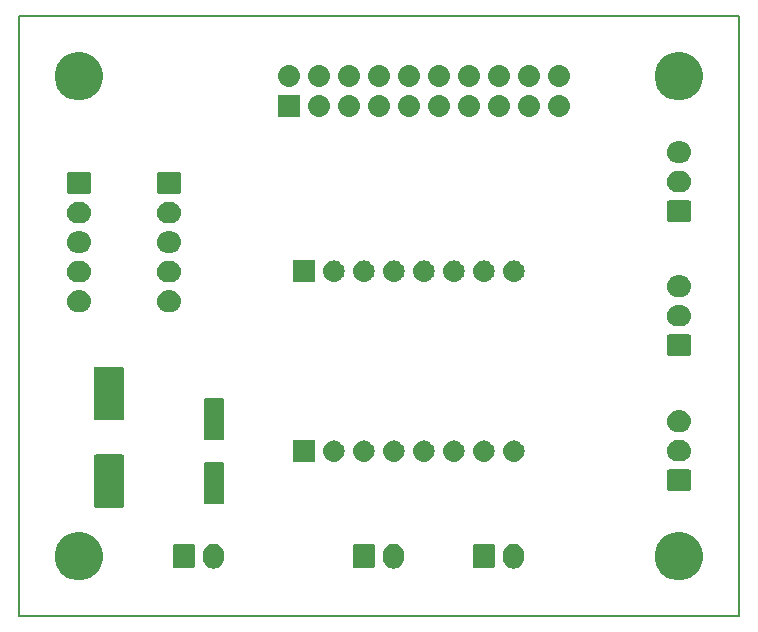
<source format=gbr>
G04 #@! TF.GenerationSoftware,KiCad,Pcbnew,5.0.2-bee76a0~70~ubuntu18.04.1*
G04 #@! TF.CreationDate,2019-02-21T11:41:22+01:00*
G04 #@! TF.ProjectId,PCB_Interface,5043425f-496e-4746-9572-666163652e6b,rev?*
G04 #@! TF.SameCoordinates,Original*
G04 #@! TF.FileFunction,Soldermask,Top*
G04 #@! TF.FilePolarity,Negative*
%FSLAX46Y46*%
G04 Gerber Fmt 4.6, Leading zero omitted, Abs format (unit mm)*
G04 Created by KiCad (PCBNEW 5.0.2-bee76a0~70~ubuntu18.04.1) date jeu. 21 févr. 2019 11:41:22 CET*
%MOMM*%
%LPD*%
G01*
G04 APERTURE LIST*
%ADD10C,0.150000*%
G04 APERTURE END LIST*
D10*
X83820000Y-119380000D02*
X83820000Y-68580000D01*
X144780000Y-119380000D02*
X83820000Y-119380000D01*
X144780000Y-68580000D02*
X144780000Y-119380000D01*
X83820000Y-68580000D02*
X144780000Y-68580000D01*
G36*
X89498252Y-112327818D02*
X89498254Y-112327819D01*
X89498255Y-112327819D01*
X89871513Y-112482427D01*
X89871514Y-112482428D01*
X90207439Y-112706886D01*
X90493114Y-112992561D01*
X90493116Y-112992564D01*
X90717573Y-113328487D01*
X90872181Y-113701745D01*
X90872182Y-113701748D01*
X90951000Y-114097993D01*
X90951000Y-114502007D01*
X90926212Y-114626627D01*
X90872181Y-114898255D01*
X90717573Y-115271513D01*
X90664461Y-115351000D01*
X90493114Y-115607439D01*
X90207439Y-115893114D01*
X90207436Y-115893116D01*
X89871513Y-116117573D01*
X89498255Y-116272181D01*
X89498254Y-116272181D01*
X89498252Y-116272182D01*
X89102007Y-116351000D01*
X88697993Y-116351000D01*
X88301748Y-116272182D01*
X88301746Y-116272181D01*
X88301745Y-116272181D01*
X87928487Y-116117573D01*
X87592564Y-115893116D01*
X87592561Y-115893114D01*
X87306886Y-115607439D01*
X87135539Y-115351000D01*
X87082427Y-115271513D01*
X86927819Y-114898255D01*
X86873789Y-114626627D01*
X86849000Y-114502007D01*
X86849000Y-114097993D01*
X86927818Y-113701748D01*
X86927819Y-113701745D01*
X87082427Y-113328487D01*
X87306884Y-112992564D01*
X87306886Y-112992561D01*
X87592561Y-112706886D01*
X87928486Y-112482428D01*
X87928487Y-112482427D01*
X88301745Y-112327819D01*
X88301746Y-112327819D01*
X88301748Y-112327818D01*
X88697993Y-112249000D01*
X89102007Y-112249000D01*
X89498252Y-112327818D01*
X89498252Y-112327818D01*
G37*
G36*
X140298252Y-112327818D02*
X140298254Y-112327819D01*
X140298255Y-112327819D01*
X140671513Y-112482427D01*
X140671514Y-112482428D01*
X141007439Y-112706886D01*
X141293114Y-112992561D01*
X141293116Y-112992564D01*
X141517573Y-113328487D01*
X141672181Y-113701745D01*
X141672182Y-113701748D01*
X141751000Y-114097993D01*
X141751000Y-114502007D01*
X141726212Y-114626627D01*
X141672181Y-114898255D01*
X141517573Y-115271513D01*
X141464461Y-115351000D01*
X141293114Y-115607439D01*
X141007439Y-115893114D01*
X141007436Y-115893116D01*
X140671513Y-116117573D01*
X140298255Y-116272181D01*
X140298254Y-116272181D01*
X140298252Y-116272182D01*
X139902007Y-116351000D01*
X139497993Y-116351000D01*
X139101748Y-116272182D01*
X139101746Y-116272181D01*
X139101745Y-116272181D01*
X138728487Y-116117573D01*
X138392564Y-115893116D01*
X138392561Y-115893114D01*
X138106886Y-115607439D01*
X137935539Y-115351000D01*
X137882427Y-115271513D01*
X137727819Y-114898255D01*
X137673789Y-114626627D01*
X137649000Y-114502007D01*
X137649000Y-114097993D01*
X137727818Y-113701748D01*
X137727819Y-113701745D01*
X137882427Y-113328487D01*
X138106884Y-112992564D01*
X138106886Y-112992561D01*
X138392561Y-112706886D01*
X138728486Y-112482428D01*
X138728487Y-112482427D01*
X139101745Y-112327819D01*
X139101746Y-112327819D01*
X139101748Y-112327818D01*
X139497993Y-112249000D01*
X139902007Y-112249000D01*
X140298252Y-112327818D01*
X140298252Y-112327818D01*
G37*
G36*
X100466626Y-113262037D02*
X100579852Y-113296384D01*
X100636466Y-113313557D01*
X100792989Y-113397221D01*
X100930186Y-113509814D01*
X101013448Y-113611271D01*
X101042778Y-113647009D01*
X101042779Y-113647011D01*
X101126443Y-113803533D01*
X101143616Y-113860147D01*
X101177963Y-113973373D01*
X101191000Y-114105742D01*
X101191000Y-114494257D01*
X101177963Y-114626626D01*
X101126443Y-114796466D01*
X101042778Y-114952991D01*
X101042777Y-114952992D01*
X100930186Y-115090186D01*
X100835251Y-115168096D01*
X100792991Y-115202778D01*
X100792989Y-115202779D01*
X100636467Y-115286443D01*
X100595734Y-115298799D01*
X100466627Y-115337963D01*
X100290000Y-115355359D01*
X100113374Y-115337963D01*
X99984267Y-115298799D01*
X99943534Y-115286443D01*
X99787012Y-115202779D01*
X99787010Y-115202778D01*
X99649816Y-115090186D01*
X99649812Y-115090183D01*
X99537222Y-114952992D01*
X99453557Y-114796467D01*
X99436384Y-114739853D01*
X99402037Y-114626627D01*
X99389000Y-114494258D01*
X99389000Y-114105743D01*
X99402037Y-113973374D01*
X99453557Y-113803535D01*
X99453557Y-113803534D01*
X99537221Y-113647011D01*
X99649814Y-113509814D01*
X99751271Y-113426552D01*
X99787009Y-113397222D01*
X99804913Y-113387652D01*
X99943533Y-113313557D01*
X100000147Y-113296384D01*
X100113373Y-113262037D01*
X100290000Y-113244641D01*
X100466626Y-113262037D01*
X100466626Y-113262037D01*
G37*
G36*
X115706626Y-113262037D02*
X115819852Y-113296384D01*
X115876466Y-113313557D01*
X116032989Y-113397221D01*
X116170186Y-113509814D01*
X116253448Y-113611271D01*
X116282778Y-113647009D01*
X116282779Y-113647011D01*
X116366443Y-113803533D01*
X116383616Y-113860147D01*
X116417963Y-113973373D01*
X116431000Y-114105742D01*
X116431000Y-114494257D01*
X116417963Y-114626626D01*
X116366443Y-114796466D01*
X116282778Y-114952991D01*
X116282777Y-114952992D01*
X116170186Y-115090186D01*
X116075251Y-115168096D01*
X116032991Y-115202778D01*
X116032989Y-115202779D01*
X115876467Y-115286443D01*
X115835734Y-115298799D01*
X115706627Y-115337963D01*
X115530000Y-115355359D01*
X115353374Y-115337963D01*
X115224267Y-115298799D01*
X115183534Y-115286443D01*
X115027012Y-115202779D01*
X115027010Y-115202778D01*
X114889816Y-115090186D01*
X114889812Y-115090183D01*
X114777222Y-114952992D01*
X114693557Y-114796467D01*
X114676384Y-114739853D01*
X114642037Y-114626627D01*
X114629000Y-114494258D01*
X114629000Y-114105743D01*
X114642037Y-113973374D01*
X114693557Y-113803535D01*
X114693557Y-113803534D01*
X114777221Y-113647011D01*
X114889814Y-113509814D01*
X114991271Y-113426552D01*
X115027009Y-113397222D01*
X115044913Y-113387652D01*
X115183533Y-113313557D01*
X115240147Y-113296384D01*
X115353373Y-113262037D01*
X115530000Y-113244641D01*
X115706626Y-113262037D01*
X115706626Y-113262037D01*
G37*
G36*
X125866626Y-113262037D02*
X125979852Y-113296384D01*
X126036466Y-113313557D01*
X126192989Y-113397221D01*
X126330186Y-113509814D01*
X126413448Y-113611271D01*
X126442778Y-113647009D01*
X126442779Y-113647011D01*
X126526443Y-113803533D01*
X126543616Y-113860147D01*
X126577963Y-113973373D01*
X126591000Y-114105742D01*
X126591000Y-114494257D01*
X126577963Y-114626626D01*
X126526443Y-114796466D01*
X126442778Y-114952991D01*
X126442777Y-114952992D01*
X126330186Y-115090186D01*
X126235251Y-115168096D01*
X126192991Y-115202778D01*
X126192989Y-115202779D01*
X126036467Y-115286443D01*
X125995734Y-115298799D01*
X125866627Y-115337963D01*
X125690000Y-115355359D01*
X125513374Y-115337963D01*
X125384267Y-115298799D01*
X125343534Y-115286443D01*
X125187012Y-115202779D01*
X125187010Y-115202778D01*
X125049816Y-115090186D01*
X125049812Y-115090183D01*
X124937222Y-114952992D01*
X124853557Y-114796467D01*
X124836384Y-114739853D01*
X124802037Y-114626627D01*
X124789000Y-114494258D01*
X124789000Y-114105743D01*
X124802037Y-113973374D01*
X124853557Y-113803535D01*
X124853557Y-113803534D01*
X124937221Y-113647011D01*
X125049814Y-113509814D01*
X125151271Y-113426552D01*
X125187009Y-113397222D01*
X125204913Y-113387652D01*
X125343533Y-113313557D01*
X125400147Y-113296384D01*
X125513373Y-113262037D01*
X125690000Y-113244641D01*
X125866626Y-113262037D01*
X125866626Y-113262037D01*
G37*
G36*
X98548600Y-113252989D02*
X98581649Y-113263014D01*
X98612106Y-113279294D01*
X98638799Y-113301201D01*
X98660706Y-113327894D01*
X98676986Y-113358351D01*
X98687011Y-113391400D01*
X98691000Y-113431904D01*
X98691000Y-115168096D01*
X98687011Y-115208600D01*
X98676986Y-115241649D01*
X98660706Y-115272106D01*
X98638799Y-115298799D01*
X98612106Y-115320706D01*
X98581649Y-115336986D01*
X98548600Y-115347011D01*
X98508096Y-115351000D01*
X97071904Y-115351000D01*
X97031400Y-115347011D01*
X96998351Y-115336986D01*
X96967894Y-115320706D01*
X96941201Y-115298799D01*
X96919294Y-115272106D01*
X96903014Y-115241649D01*
X96892989Y-115208600D01*
X96889000Y-115168096D01*
X96889000Y-113431904D01*
X96892989Y-113391400D01*
X96903014Y-113358351D01*
X96919294Y-113327894D01*
X96941201Y-113301201D01*
X96967894Y-113279294D01*
X96998351Y-113263014D01*
X97031400Y-113252989D01*
X97071904Y-113249000D01*
X98508096Y-113249000D01*
X98548600Y-113252989D01*
X98548600Y-113252989D01*
G37*
G36*
X123948600Y-113252989D02*
X123981649Y-113263014D01*
X124012106Y-113279294D01*
X124038799Y-113301201D01*
X124060706Y-113327894D01*
X124076986Y-113358351D01*
X124087011Y-113391400D01*
X124091000Y-113431904D01*
X124091000Y-115168096D01*
X124087011Y-115208600D01*
X124076986Y-115241649D01*
X124060706Y-115272106D01*
X124038799Y-115298799D01*
X124012106Y-115320706D01*
X123981649Y-115336986D01*
X123948600Y-115347011D01*
X123908096Y-115351000D01*
X122471904Y-115351000D01*
X122431400Y-115347011D01*
X122398351Y-115336986D01*
X122367894Y-115320706D01*
X122341201Y-115298799D01*
X122319294Y-115272106D01*
X122303014Y-115241649D01*
X122292989Y-115208600D01*
X122289000Y-115168096D01*
X122289000Y-113431904D01*
X122292989Y-113391400D01*
X122303014Y-113358351D01*
X122319294Y-113327894D01*
X122341201Y-113301201D01*
X122367894Y-113279294D01*
X122398351Y-113263014D01*
X122431400Y-113252989D01*
X122471904Y-113249000D01*
X123908096Y-113249000D01*
X123948600Y-113252989D01*
X123948600Y-113252989D01*
G37*
G36*
X113788600Y-113252989D02*
X113821649Y-113263014D01*
X113852106Y-113279294D01*
X113878799Y-113301201D01*
X113900706Y-113327894D01*
X113916986Y-113358351D01*
X113927011Y-113391400D01*
X113931000Y-113431904D01*
X113931000Y-115168096D01*
X113927011Y-115208600D01*
X113916986Y-115241649D01*
X113900706Y-115272106D01*
X113878799Y-115298799D01*
X113852106Y-115320706D01*
X113821649Y-115336986D01*
X113788600Y-115347011D01*
X113748096Y-115351000D01*
X112311904Y-115351000D01*
X112271400Y-115347011D01*
X112238351Y-115336986D01*
X112207894Y-115320706D01*
X112181201Y-115298799D01*
X112159294Y-115272106D01*
X112143014Y-115241649D01*
X112132989Y-115208600D01*
X112129000Y-115168096D01*
X112129000Y-113431904D01*
X112132989Y-113391400D01*
X112143014Y-113358351D01*
X112159294Y-113327894D01*
X112181201Y-113301201D01*
X112207894Y-113279294D01*
X112238351Y-113263014D01*
X112271400Y-113252989D01*
X112311904Y-113249000D01*
X113748096Y-113249000D01*
X113788600Y-113252989D01*
X113788600Y-113252989D01*
G37*
G36*
X92611935Y-105702671D02*
X92641874Y-105711753D01*
X92669469Y-105726503D01*
X92693651Y-105746349D01*
X92713497Y-105770531D01*
X92728247Y-105798126D01*
X92737329Y-105828065D01*
X92741000Y-105865340D01*
X92741000Y-110034660D01*
X92737329Y-110071935D01*
X92728247Y-110101874D01*
X92713497Y-110129469D01*
X92693651Y-110153651D01*
X92669469Y-110173497D01*
X92641874Y-110188247D01*
X92611935Y-110197329D01*
X92574660Y-110201000D01*
X90305340Y-110201000D01*
X90268065Y-110197329D01*
X90238126Y-110188247D01*
X90210531Y-110173497D01*
X90186349Y-110153651D01*
X90166503Y-110129469D01*
X90151753Y-110101874D01*
X90142671Y-110071935D01*
X90139000Y-110034660D01*
X90139000Y-105865340D01*
X90142671Y-105828065D01*
X90151753Y-105798126D01*
X90166503Y-105770531D01*
X90186349Y-105746349D01*
X90210531Y-105726503D01*
X90238126Y-105711753D01*
X90268065Y-105702671D01*
X90305340Y-105699000D01*
X92574660Y-105699000D01*
X92611935Y-105702671D01*
X92611935Y-105702671D01*
G37*
G36*
X101035996Y-106313051D02*
X101069653Y-106323261D01*
X101100667Y-106339838D01*
X101127852Y-106362148D01*
X101150162Y-106389333D01*
X101166739Y-106420347D01*
X101176949Y-106454004D01*
X101181000Y-106495138D01*
X101181000Y-109724862D01*
X101176949Y-109765996D01*
X101166739Y-109799653D01*
X101150162Y-109830667D01*
X101127852Y-109857852D01*
X101100667Y-109880162D01*
X101069653Y-109896739D01*
X101035996Y-109906949D01*
X100994862Y-109911000D01*
X99665138Y-109911000D01*
X99624004Y-109906949D01*
X99590347Y-109896739D01*
X99559333Y-109880162D01*
X99532148Y-109857852D01*
X99509838Y-109830667D01*
X99493261Y-109799653D01*
X99483051Y-109765996D01*
X99479000Y-109724862D01*
X99479000Y-106495138D01*
X99483051Y-106454004D01*
X99493261Y-106420347D01*
X99509838Y-106389333D01*
X99532148Y-106362148D01*
X99559333Y-106339838D01*
X99590347Y-106323261D01*
X99624004Y-106313051D01*
X99665138Y-106309000D01*
X100994862Y-106309000D01*
X101035996Y-106313051D01*
X101035996Y-106313051D01*
G37*
G36*
X140583600Y-106972989D02*
X140616649Y-106983014D01*
X140647106Y-106999294D01*
X140673799Y-107021201D01*
X140695706Y-107047894D01*
X140711986Y-107078351D01*
X140722011Y-107111400D01*
X140726000Y-107151904D01*
X140726000Y-108588096D01*
X140722011Y-108628600D01*
X140711986Y-108661649D01*
X140695706Y-108692106D01*
X140673799Y-108718799D01*
X140647106Y-108740706D01*
X140616649Y-108756986D01*
X140583600Y-108767011D01*
X140543096Y-108771000D01*
X138856904Y-108771000D01*
X138816400Y-108767011D01*
X138783351Y-108756986D01*
X138752894Y-108740706D01*
X138726201Y-108718799D01*
X138704294Y-108692106D01*
X138688014Y-108661649D01*
X138677989Y-108628600D01*
X138674000Y-108588096D01*
X138674000Y-107151904D01*
X138677989Y-107111400D01*
X138688014Y-107078351D01*
X138704294Y-107047894D01*
X138726201Y-107021201D01*
X138752894Y-106999294D01*
X138783351Y-106983014D01*
X138816400Y-106972989D01*
X138856904Y-106969000D01*
X140543096Y-106969000D01*
X140583600Y-106972989D01*
X140583600Y-106972989D01*
G37*
G36*
X118220443Y-104515519D02*
X118286627Y-104522037D01*
X118399853Y-104556384D01*
X118456467Y-104573557D01*
X118538155Y-104617221D01*
X118612991Y-104657222D01*
X118648729Y-104686552D01*
X118750186Y-104769814D01*
X118829951Y-104867009D01*
X118862778Y-104907009D01*
X118862779Y-104907011D01*
X118946443Y-105063533D01*
X118946443Y-105063534D01*
X118997963Y-105233373D01*
X119015359Y-105410000D01*
X118997963Y-105586627D01*
X118963875Y-105699000D01*
X118946443Y-105756467D01*
X118888248Y-105865340D01*
X118862778Y-105912991D01*
X118833448Y-105948729D01*
X118750186Y-106050186D01*
X118661731Y-106122778D01*
X118612991Y-106162778D01*
X118612989Y-106162779D01*
X118456467Y-106246443D01*
X118418490Y-106257963D01*
X118286627Y-106297963D01*
X118220442Y-106304482D01*
X118154260Y-106311000D01*
X118065740Y-106311000D01*
X117999558Y-106304482D01*
X117933373Y-106297963D01*
X117801510Y-106257963D01*
X117763533Y-106246443D01*
X117607011Y-106162779D01*
X117607009Y-106162778D01*
X117558269Y-106122778D01*
X117469814Y-106050186D01*
X117386552Y-105948729D01*
X117357222Y-105912991D01*
X117331752Y-105865340D01*
X117273557Y-105756467D01*
X117256125Y-105699000D01*
X117222037Y-105586627D01*
X117204641Y-105410000D01*
X117222037Y-105233373D01*
X117273557Y-105063534D01*
X117273557Y-105063533D01*
X117357221Y-104907011D01*
X117357222Y-104907009D01*
X117390049Y-104867009D01*
X117469814Y-104769814D01*
X117571271Y-104686552D01*
X117607009Y-104657222D01*
X117681845Y-104617221D01*
X117763533Y-104573557D01*
X117820147Y-104556384D01*
X117933373Y-104522037D01*
X117999557Y-104515519D01*
X118065740Y-104509000D01*
X118154260Y-104509000D01*
X118220443Y-104515519D01*
X118220443Y-104515519D01*
G37*
G36*
X115680443Y-104515519D02*
X115746627Y-104522037D01*
X115859853Y-104556384D01*
X115916467Y-104573557D01*
X115998155Y-104617221D01*
X116072991Y-104657222D01*
X116108729Y-104686552D01*
X116210186Y-104769814D01*
X116289951Y-104867009D01*
X116322778Y-104907009D01*
X116322779Y-104907011D01*
X116406443Y-105063533D01*
X116406443Y-105063534D01*
X116457963Y-105233373D01*
X116475359Y-105410000D01*
X116457963Y-105586627D01*
X116423875Y-105699000D01*
X116406443Y-105756467D01*
X116348248Y-105865340D01*
X116322778Y-105912991D01*
X116293448Y-105948729D01*
X116210186Y-106050186D01*
X116121731Y-106122778D01*
X116072991Y-106162778D01*
X116072989Y-106162779D01*
X115916467Y-106246443D01*
X115878490Y-106257963D01*
X115746627Y-106297963D01*
X115680442Y-106304482D01*
X115614260Y-106311000D01*
X115525740Y-106311000D01*
X115459558Y-106304482D01*
X115393373Y-106297963D01*
X115261510Y-106257963D01*
X115223533Y-106246443D01*
X115067011Y-106162779D01*
X115067009Y-106162778D01*
X115018269Y-106122778D01*
X114929814Y-106050186D01*
X114846552Y-105948729D01*
X114817222Y-105912991D01*
X114791752Y-105865340D01*
X114733557Y-105756467D01*
X114716125Y-105699000D01*
X114682037Y-105586627D01*
X114664641Y-105410000D01*
X114682037Y-105233373D01*
X114733557Y-105063534D01*
X114733557Y-105063533D01*
X114817221Y-104907011D01*
X114817222Y-104907009D01*
X114850049Y-104867009D01*
X114929814Y-104769814D01*
X115031271Y-104686552D01*
X115067009Y-104657222D01*
X115141845Y-104617221D01*
X115223533Y-104573557D01*
X115280147Y-104556384D01*
X115393373Y-104522037D01*
X115459557Y-104515519D01*
X115525740Y-104509000D01*
X115614260Y-104509000D01*
X115680443Y-104515519D01*
X115680443Y-104515519D01*
G37*
G36*
X113140443Y-104515519D02*
X113206627Y-104522037D01*
X113319853Y-104556384D01*
X113376467Y-104573557D01*
X113458155Y-104617221D01*
X113532991Y-104657222D01*
X113568729Y-104686552D01*
X113670186Y-104769814D01*
X113749951Y-104867009D01*
X113782778Y-104907009D01*
X113782779Y-104907011D01*
X113866443Y-105063533D01*
X113866443Y-105063534D01*
X113917963Y-105233373D01*
X113935359Y-105410000D01*
X113917963Y-105586627D01*
X113883875Y-105699000D01*
X113866443Y-105756467D01*
X113808248Y-105865340D01*
X113782778Y-105912991D01*
X113753448Y-105948729D01*
X113670186Y-106050186D01*
X113581731Y-106122778D01*
X113532991Y-106162778D01*
X113532989Y-106162779D01*
X113376467Y-106246443D01*
X113338490Y-106257963D01*
X113206627Y-106297963D01*
X113140442Y-106304482D01*
X113074260Y-106311000D01*
X112985740Y-106311000D01*
X112919558Y-106304482D01*
X112853373Y-106297963D01*
X112721510Y-106257963D01*
X112683533Y-106246443D01*
X112527011Y-106162779D01*
X112527009Y-106162778D01*
X112478269Y-106122778D01*
X112389814Y-106050186D01*
X112306552Y-105948729D01*
X112277222Y-105912991D01*
X112251752Y-105865340D01*
X112193557Y-105756467D01*
X112176125Y-105699000D01*
X112142037Y-105586627D01*
X112124641Y-105410000D01*
X112142037Y-105233373D01*
X112193557Y-105063534D01*
X112193557Y-105063533D01*
X112277221Y-104907011D01*
X112277222Y-104907009D01*
X112310049Y-104867009D01*
X112389814Y-104769814D01*
X112491271Y-104686552D01*
X112527009Y-104657222D01*
X112601845Y-104617221D01*
X112683533Y-104573557D01*
X112740147Y-104556384D01*
X112853373Y-104522037D01*
X112919557Y-104515519D01*
X112985740Y-104509000D01*
X113074260Y-104509000D01*
X113140443Y-104515519D01*
X113140443Y-104515519D01*
G37*
G36*
X110600443Y-104515519D02*
X110666627Y-104522037D01*
X110779853Y-104556384D01*
X110836467Y-104573557D01*
X110918155Y-104617221D01*
X110992991Y-104657222D01*
X111028729Y-104686552D01*
X111130186Y-104769814D01*
X111209951Y-104867009D01*
X111242778Y-104907009D01*
X111242779Y-104907011D01*
X111326443Y-105063533D01*
X111326443Y-105063534D01*
X111377963Y-105233373D01*
X111395359Y-105410000D01*
X111377963Y-105586627D01*
X111343875Y-105699000D01*
X111326443Y-105756467D01*
X111268248Y-105865340D01*
X111242778Y-105912991D01*
X111213448Y-105948729D01*
X111130186Y-106050186D01*
X111041731Y-106122778D01*
X110992991Y-106162778D01*
X110992989Y-106162779D01*
X110836467Y-106246443D01*
X110798490Y-106257963D01*
X110666627Y-106297963D01*
X110600442Y-106304482D01*
X110534260Y-106311000D01*
X110445740Y-106311000D01*
X110379558Y-106304482D01*
X110313373Y-106297963D01*
X110181510Y-106257963D01*
X110143533Y-106246443D01*
X109987011Y-106162779D01*
X109987009Y-106162778D01*
X109938269Y-106122778D01*
X109849814Y-106050186D01*
X109766552Y-105948729D01*
X109737222Y-105912991D01*
X109711752Y-105865340D01*
X109653557Y-105756467D01*
X109636125Y-105699000D01*
X109602037Y-105586627D01*
X109584641Y-105410000D01*
X109602037Y-105233373D01*
X109653557Y-105063534D01*
X109653557Y-105063533D01*
X109737221Y-104907011D01*
X109737222Y-104907009D01*
X109770049Y-104867009D01*
X109849814Y-104769814D01*
X109951271Y-104686552D01*
X109987009Y-104657222D01*
X110061845Y-104617221D01*
X110143533Y-104573557D01*
X110200147Y-104556384D01*
X110313373Y-104522037D01*
X110379557Y-104515519D01*
X110445740Y-104509000D01*
X110534260Y-104509000D01*
X110600443Y-104515519D01*
X110600443Y-104515519D01*
G37*
G36*
X120760443Y-104515519D02*
X120826627Y-104522037D01*
X120939853Y-104556384D01*
X120996467Y-104573557D01*
X121078155Y-104617221D01*
X121152991Y-104657222D01*
X121188729Y-104686552D01*
X121290186Y-104769814D01*
X121369951Y-104867009D01*
X121402778Y-104907009D01*
X121402779Y-104907011D01*
X121486443Y-105063533D01*
X121486443Y-105063534D01*
X121537963Y-105233373D01*
X121555359Y-105410000D01*
X121537963Y-105586627D01*
X121503875Y-105699000D01*
X121486443Y-105756467D01*
X121428248Y-105865340D01*
X121402778Y-105912991D01*
X121373448Y-105948729D01*
X121290186Y-106050186D01*
X121201731Y-106122778D01*
X121152991Y-106162778D01*
X121152989Y-106162779D01*
X120996467Y-106246443D01*
X120958490Y-106257963D01*
X120826627Y-106297963D01*
X120760442Y-106304482D01*
X120694260Y-106311000D01*
X120605740Y-106311000D01*
X120539558Y-106304482D01*
X120473373Y-106297963D01*
X120341510Y-106257963D01*
X120303533Y-106246443D01*
X120147011Y-106162779D01*
X120147009Y-106162778D01*
X120098269Y-106122778D01*
X120009814Y-106050186D01*
X119926552Y-105948729D01*
X119897222Y-105912991D01*
X119871752Y-105865340D01*
X119813557Y-105756467D01*
X119796125Y-105699000D01*
X119762037Y-105586627D01*
X119744641Y-105410000D01*
X119762037Y-105233373D01*
X119813557Y-105063534D01*
X119813557Y-105063533D01*
X119897221Y-104907011D01*
X119897222Y-104907009D01*
X119930049Y-104867009D01*
X120009814Y-104769814D01*
X120111271Y-104686552D01*
X120147009Y-104657222D01*
X120221845Y-104617221D01*
X120303533Y-104573557D01*
X120360147Y-104556384D01*
X120473373Y-104522037D01*
X120539557Y-104515519D01*
X120605740Y-104509000D01*
X120694260Y-104509000D01*
X120760443Y-104515519D01*
X120760443Y-104515519D01*
G37*
G36*
X125840443Y-104515519D02*
X125906627Y-104522037D01*
X126019853Y-104556384D01*
X126076467Y-104573557D01*
X126158155Y-104617221D01*
X126232991Y-104657222D01*
X126268729Y-104686552D01*
X126370186Y-104769814D01*
X126449951Y-104867009D01*
X126482778Y-104907009D01*
X126482779Y-104907011D01*
X126566443Y-105063533D01*
X126566443Y-105063534D01*
X126617963Y-105233373D01*
X126635359Y-105410000D01*
X126617963Y-105586627D01*
X126583875Y-105699000D01*
X126566443Y-105756467D01*
X126508248Y-105865340D01*
X126482778Y-105912991D01*
X126453448Y-105948729D01*
X126370186Y-106050186D01*
X126281731Y-106122778D01*
X126232991Y-106162778D01*
X126232989Y-106162779D01*
X126076467Y-106246443D01*
X126038490Y-106257963D01*
X125906627Y-106297963D01*
X125840442Y-106304482D01*
X125774260Y-106311000D01*
X125685740Y-106311000D01*
X125619558Y-106304482D01*
X125553373Y-106297963D01*
X125421510Y-106257963D01*
X125383533Y-106246443D01*
X125227011Y-106162779D01*
X125227009Y-106162778D01*
X125178269Y-106122778D01*
X125089814Y-106050186D01*
X125006552Y-105948729D01*
X124977222Y-105912991D01*
X124951752Y-105865340D01*
X124893557Y-105756467D01*
X124876125Y-105699000D01*
X124842037Y-105586627D01*
X124824641Y-105410000D01*
X124842037Y-105233373D01*
X124893557Y-105063534D01*
X124893557Y-105063533D01*
X124977221Y-104907011D01*
X124977222Y-104907009D01*
X125010049Y-104867009D01*
X125089814Y-104769814D01*
X125191271Y-104686552D01*
X125227009Y-104657222D01*
X125301845Y-104617221D01*
X125383533Y-104573557D01*
X125440147Y-104556384D01*
X125553373Y-104522037D01*
X125619557Y-104515519D01*
X125685740Y-104509000D01*
X125774260Y-104509000D01*
X125840443Y-104515519D01*
X125840443Y-104515519D01*
G37*
G36*
X123300443Y-104515519D02*
X123366627Y-104522037D01*
X123479853Y-104556384D01*
X123536467Y-104573557D01*
X123618155Y-104617221D01*
X123692991Y-104657222D01*
X123728729Y-104686552D01*
X123830186Y-104769814D01*
X123909951Y-104867009D01*
X123942778Y-104907009D01*
X123942779Y-104907011D01*
X124026443Y-105063533D01*
X124026443Y-105063534D01*
X124077963Y-105233373D01*
X124095359Y-105410000D01*
X124077963Y-105586627D01*
X124043875Y-105699000D01*
X124026443Y-105756467D01*
X123968248Y-105865340D01*
X123942778Y-105912991D01*
X123913448Y-105948729D01*
X123830186Y-106050186D01*
X123741731Y-106122778D01*
X123692991Y-106162778D01*
X123692989Y-106162779D01*
X123536467Y-106246443D01*
X123498490Y-106257963D01*
X123366627Y-106297963D01*
X123300442Y-106304482D01*
X123234260Y-106311000D01*
X123145740Y-106311000D01*
X123079558Y-106304482D01*
X123013373Y-106297963D01*
X122881510Y-106257963D01*
X122843533Y-106246443D01*
X122687011Y-106162779D01*
X122687009Y-106162778D01*
X122638269Y-106122778D01*
X122549814Y-106050186D01*
X122466552Y-105948729D01*
X122437222Y-105912991D01*
X122411752Y-105865340D01*
X122353557Y-105756467D01*
X122336125Y-105699000D01*
X122302037Y-105586627D01*
X122284641Y-105410000D01*
X122302037Y-105233373D01*
X122353557Y-105063534D01*
X122353557Y-105063533D01*
X122437221Y-104907011D01*
X122437222Y-104907009D01*
X122470049Y-104867009D01*
X122549814Y-104769814D01*
X122651271Y-104686552D01*
X122687009Y-104657222D01*
X122761845Y-104617221D01*
X122843533Y-104573557D01*
X122900147Y-104556384D01*
X123013373Y-104522037D01*
X123079557Y-104515519D01*
X123145740Y-104509000D01*
X123234260Y-104509000D01*
X123300443Y-104515519D01*
X123300443Y-104515519D01*
G37*
G36*
X108851000Y-106311000D02*
X107049000Y-106311000D01*
X107049000Y-104509000D01*
X108851000Y-104509000D01*
X108851000Y-106311000D01*
X108851000Y-106311000D01*
G37*
G36*
X139935442Y-104475518D02*
X140001627Y-104482037D01*
X140090512Y-104509000D01*
X140171467Y-104533557D01*
X140310087Y-104607652D01*
X140327991Y-104617222D01*
X140363729Y-104646552D01*
X140465186Y-104729814D01*
X140548448Y-104831271D01*
X140577778Y-104867009D01*
X140577779Y-104867011D01*
X140661443Y-105023533D01*
X140661443Y-105023534D01*
X140712963Y-105193373D01*
X140730359Y-105370000D01*
X140712963Y-105546627D01*
X140700829Y-105586627D01*
X140661443Y-105716467D01*
X140608967Y-105814641D01*
X140577778Y-105872991D01*
X140548688Y-105908437D01*
X140465186Y-106010186D01*
X140363729Y-106093448D01*
X140327991Y-106122778D01*
X140327989Y-106122779D01*
X140171467Y-106206443D01*
X140114853Y-106223616D01*
X140001627Y-106257963D01*
X139935443Y-106264481D01*
X139869260Y-106271000D01*
X139530740Y-106271000D01*
X139464557Y-106264481D01*
X139398373Y-106257963D01*
X139285147Y-106223616D01*
X139228533Y-106206443D01*
X139072011Y-106122779D01*
X139072009Y-106122778D01*
X139036271Y-106093448D01*
X138934814Y-106010186D01*
X138851312Y-105908437D01*
X138822222Y-105872991D01*
X138791033Y-105814641D01*
X138738557Y-105716467D01*
X138699171Y-105586627D01*
X138687037Y-105546627D01*
X138669641Y-105370000D01*
X138687037Y-105193373D01*
X138738557Y-105023534D01*
X138738557Y-105023533D01*
X138822221Y-104867011D01*
X138822222Y-104867009D01*
X138851552Y-104831271D01*
X138934814Y-104729814D01*
X139036271Y-104646552D01*
X139072009Y-104617222D01*
X139089913Y-104607652D01*
X139228533Y-104533557D01*
X139309488Y-104509000D01*
X139398373Y-104482037D01*
X139464558Y-104475518D01*
X139530740Y-104469000D01*
X139869260Y-104469000D01*
X139935442Y-104475518D01*
X139935442Y-104475518D01*
G37*
G36*
X101035996Y-100913051D02*
X101069653Y-100923261D01*
X101100667Y-100939838D01*
X101127852Y-100962148D01*
X101150162Y-100989333D01*
X101166739Y-101020347D01*
X101176949Y-101054004D01*
X101181000Y-101095138D01*
X101181000Y-104324862D01*
X101176949Y-104365996D01*
X101166739Y-104399653D01*
X101150162Y-104430667D01*
X101127852Y-104457852D01*
X101100667Y-104480162D01*
X101069653Y-104496739D01*
X101035996Y-104506949D01*
X100994862Y-104511000D01*
X99665138Y-104511000D01*
X99624004Y-104506949D01*
X99590347Y-104496739D01*
X99559333Y-104480162D01*
X99532148Y-104457852D01*
X99509838Y-104430667D01*
X99493261Y-104399653D01*
X99483051Y-104365996D01*
X99479000Y-104324862D01*
X99479000Y-101095138D01*
X99483051Y-101054004D01*
X99493261Y-101020347D01*
X99509838Y-100989333D01*
X99532148Y-100962148D01*
X99559333Y-100939838D01*
X99590347Y-100923261D01*
X99624004Y-100913051D01*
X99665138Y-100909000D01*
X100994862Y-100909000D01*
X101035996Y-100913051D01*
X101035996Y-100913051D01*
G37*
G36*
X139935442Y-101975518D02*
X140001627Y-101982037D01*
X140114853Y-102016384D01*
X140171467Y-102033557D01*
X140310087Y-102107652D01*
X140327991Y-102117222D01*
X140363729Y-102146552D01*
X140465186Y-102229814D01*
X140548448Y-102331271D01*
X140577778Y-102367009D01*
X140577779Y-102367011D01*
X140661443Y-102523533D01*
X140661443Y-102523534D01*
X140712963Y-102693373D01*
X140730359Y-102870000D01*
X140712963Y-103046627D01*
X140678616Y-103159853D01*
X140661443Y-103216467D01*
X140587348Y-103355087D01*
X140577778Y-103372991D01*
X140548448Y-103408729D01*
X140465186Y-103510186D01*
X140363729Y-103593448D01*
X140327991Y-103622778D01*
X140327989Y-103622779D01*
X140171467Y-103706443D01*
X140114853Y-103723616D01*
X140001627Y-103757963D01*
X139935443Y-103764481D01*
X139869260Y-103771000D01*
X139530740Y-103771000D01*
X139464557Y-103764481D01*
X139398373Y-103757963D01*
X139285147Y-103723616D01*
X139228533Y-103706443D01*
X139072011Y-103622779D01*
X139072009Y-103622778D01*
X139036271Y-103593448D01*
X138934814Y-103510186D01*
X138851552Y-103408729D01*
X138822222Y-103372991D01*
X138812652Y-103355087D01*
X138738557Y-103216467D01*
X138721384Y-103159853D01*
X138687037Y-103046627D01*
X138669641Y-102870000D01*
X138687037Y-102693373D01*
X138738557Y-102523534D01*
X138738557Y-102523533D01*
X138822221Y-102367011D01*
X138822222Y-102367009D01*
X138851552Y-102331271D01*
X138934814Y-102229814D01*
X139036271Y-102146552D01*
X139072009Y-102117222D01*
X139089913Y-102107652D01*
X139228533Y-102033557D01*
X139285147Y-102016384D01*
X139398373Y-101982037D01*
X139464558Y-101975518D01*
X139530740Y-101969000D01*
X139869260Y-101969000D01*
X139935442Y-101975518D01*
X139935442Y-101975518D01*
G37*
G36*
X92611935Y-98302671D02*
X92641874Y-98311753D01*
X92669469Y-98326503D01*
X92693651Y-98346349D01*
X92713497Y-98370531D01*
X92728247Y-98398126D01*
X92737329Y-98428065D01*
X92741000Y-98465340D01*
X92741000Y-102634660D01*
X92737329Y-102671935D01*
X92728247Y-102701874D01*
X92713497Y-102729469D01*
X92693651Y-102753651D01*
X92669469Y-102773497D01*
X92641874Y-102788247D01*
X92611935Y-102797329D01*
X92574660Y-102801000D01*
X90305340Y-102801000D01*
X90268065Y-102797329D01*
X90238126Y-102788247D01*
X90210531Y-102773497D01*
X90186349Y-102753651D01*
X90166503Y-102729469D01*
X90151753Y-102701874D01*
X90142671Y-102671935D01*
X90139000Y-102634660D01*
X90139000Y-98465340D01*
X90142671Y-98428065D01*
X90151753Y-98398126D01*
X90166503Y-98370531D01*
X90186349Y-98346349D01*
X90210531Y-98326503D01*
X90238126Y-98311753D01*
X90268065Y-98302671D01*
X90305340Y-98299000D01*
X92574660Y-98299000D01*
X92611935Y-98302671D01*
X92611935Y-98302671D01*
G37*
G36*
X140583600Y-95542989D02*
X140616649Y-95553014D01*
X140647106Y-95569294D01*
X140673799Y-95591201D01*
X140695706Y-95617894D01*
X140711986Y-95648351D01*
X140722011Y-95681400D01*
X140726000Y-95721904D01*
X140726000Y-97158096D01*
X140722011Y-97198600D01*
X140711986Y-97231649D01*
X140695706Y-97262106D01*
X140673799Y-97288799D01*
X140647106Y-97310706D01*
X140616649Y-97326986D01*
X140583600Y-97337011D01*
X140543096Y-97341000D01*
X138856904Y-97341000D01*
X138816400Y-97337011D01*
X138783351Y-97326986D01*
X138752894Y-97310706D01*
X138726201Y-97288799D01*
X138704294Y-97262106D01*
X138688014Y-97231649D01*
X138677989Y-97198600D01*
X138674000Y-97158096D01*
X138674000Y-95721904D01*
X138677989Y-95681400D01*
X138688014Y-95648351D01*
X138704294Y-95617894D01*
X138726201Y-95591201D01*
X138752894Y-95569294D01*
X138783351Y-95553014D01*
X138816400Y-95542989D01*
X138856904Y-95539000D01*
X140543096Y-95539000D01*
X140583600Y-95542989D01*
X140583600Y-95542989D01*
G37*
G36*
X139935442Y-93045518D02*
X140001627Y-93052037D01*
X140114853Y-93086384D01*
X140171467Y-93103557D01*
X140310087Y-93177652D01*
X140327991Y-93187222D01*
X140359388Y-93212989D01*
X140465186Y-93299814D01*
X140548448Y-93401271D01*
X140577778Y-93437009D01*
X140577779Y-93437011D01*
X140661443Y-93593533D01*
X140661443Y-93593534D01*
X140712963Y-93763373D01*
X140730359Y-93940000D01*
X140712963Y-94116627D01*
X140678616Y-94229853D01*
X140661443Y-94286467D01*
X140587348Y-94425087D01*
X140577778Y-94442991D01*
X140548448Y-94478729D01*
X140465186Y-94580186D01*
X140363729Y-94663448D01*
X140327991Y-94692778D01*
X140327989Y-94692779D01*
X140171467Y-94776443D01*
X140114853Y-94793616D01*
X140001627Y-94827963D01*
X139935443Y-94834481D01*
X139869260Y-94841000D01*
X139530740Y-94841000D01*
X139464557Y-94834481D01*
X139398373Y-94827963D01*
X139285147Y-94793616D01*
X139228533Y-94776443D01*
X139072011Y-94692779D01*
X139072009Y-94692778D01*
X139036271Y-94663448D01*
X138934814Y-94580186D01*
X138851552Y-94478729D01*
X138822222Y-94442991D01*
X138812652Y-94425087D01*
X138738557Y-94286467D01*
X138721384Y-94229853D01*
X138687037Y-94116627D01*
X138669641Y-93940000D01*
X138687037Y-93763373D01*
X138738557Y-93593534D01*
X138738557Y-93593533D01*
X138822221Y-93437011D01*
X138822222Y-93437009D01*
X138851552Y-93401271D01*
X138934814Y-93299814D01*
X139040612Y-93212989D01*
X139072009Y-93187222D01*
X139089913Y-93177652D01*
X139228533Y-93103557D01*
X139285147Y-93086384D01*
X139398373Y-93052037D01*
X139464558Y-93045518D01*
X139530740Y-93039000D01*
X139869260Y-93039000D01*
X139935442Y-93045518D01*
X139935442Y-93045518D01*
G37*
G36*
X96755442Y-91815518D02*
X96821627Y-91822037D01*
X96934853Y-91856384D01*
X96991467Y-91873557D01*
X97121363Y-91942989D01*
X97147991Y-91957222D01*
X97183729Y-91986552D01*
X97285186Y-92069814D01*
X97368448Y-92171271D01*
X97397778Y-92207009D01*
X97397779Y-92207011D01*
X97481443Y-92363533D01*
X97481443Y-92363534D01*
X97532963Y-92533373D01*
X97550359Y-92710000D01*
X97532963Y-92886627D01*
X97498616Y-92999853D01*
X97481443Y-93056467D01*
X97456272Y-93103557D01*
X97397778Y-93212991D01*
X97368448Y-93248729D01*
X97285186Y-93350186D01*
X97183729Y-93433448D01*
X97147991Y-93462778D01*
X97147989Y-93462779D01*
X96991467Y-93546443D01*
X96934853Y-93563616D01*
X96821627Y-93597963D01*
X96755443Y-93604481D01*
X96689260Y-93611000D01*
X96350740Y-93611000D01*
X96284557Y-93604481D01*
X96218373Y-93597963D01*
X96105147Y-93563616D01*
X96048533Y-93546443D01*
X95892011Y-93462779D01*
X95892009Y-93462778D01*
X95856271Y-93433448D01*
X95754814Y-93350186D01*
X95671552Y-93248729D01*
X95642222Y-93212991D01*
X95583728Y-93103557D01*
X95558557Y-93056467D01*
X95541384Y-92999853D01*
X95507037Y-92886627D01*
X95489641Y-92710000D01*
X95507037Y-92533373D01*
X95558557Y-92363534D01*
X95558557Y-92363533D01*
X95642221Y-92207011D01*
X95642222Y-92207009D01*
X95671552Y-92171271D01*
X95754814Y-92069814D01*
X95856271Y-91986552D01*
X95892009Y-91957222D01*
X95918637Y-91942989D01*
X96048533Y-91873557D01*
X96105147Y-91856384D01*
X96218373Y-91822037D01*
X96284558Y-91815518D01*
X96350740Y-91809000D01*
X96689260Y-91809000D01*
X96755442Y-91815518D01*
X96755442Y-91815518D01*
G37*
G36*
X89135442Y-91815518D02*
X89201627Y-91822037D01*
X89314853Y-91856384D01*
X89371467Y-91873557D01*
X89501363Y-91942989D01*
X89527991Y-91957222D01*
X89563729Y-91986552D01*
X89665186Y-92069814D01*
X89748448Y-92171271D01*
X89777778Y-92207009D01*
X89777779Y-92207011D01*
X89861443Y-92363533D01*
X89861443Y-92363534D01*
X89912963Y-92533373D01*
X89930359Y-92710000D01*
X89912963Y-92886627D01*
X89878616Y-92999853D01*
X89861443Y-93056467D01*
X89836272Y-93103557D01*
X89777778Y-93212991D01*
X89748448Y-93248729D01*
X89665186Y-93350186D01*
X89563729Y-93433448D01*
X89527991Y-93462778D01*
X89527989Y-93462779D01*
X89371467Y-93546443D01*
X89314853Y-93563616D01*
X89201627Y-93597963D01*
X89135443Y-93604481D01*
X89069260Y-93611000D01*
X88730740Y-93611000D01*
X88664557Y-93604481D01*
X88598373Y-93597963D01*
X88485147Y-93563616D01*
X88428533Y-93546443D01*
X88272011Y-93462779D01*
X88272009Y-93462778D01*
X88236271Y-93433448D01*
X88134814Y-93350186D01*
X88051552Y-93248729D01*
X88022222Y-93212991D01*
X87963728Y-93103557D01*
X87938557Y-93056467D01*
X87921384Y-92999853D01*
X87887037Y-92886627D01*
X87869641Y-92710000D01*
X87887037Y-92533373D01*
X87938557Y-92363534D01*
X87938557Y-92363533D01*
X88022221Y-92207011D01*
X88022222Y-92207009D01*
X88051552Y-92171271D01*
X88134814Y-92069814D01*
X88236271Y-91986552D01*
X88272009Y-91957222D01*
X88298637Y-91942989D01*
X88428533Y-91873557D01*
X88485147Y-91856384D01*
X88598373Y-91822037D01*
X88664558Y-91815518D01*
X88730740Y-91809000D01*
X89069260Y-91809000D01*
X89135442Y-91815518D01*
X89135442Y-91815518D01*
G37*
G36*
X139935443Y-90545519D02*
X140001627Y-90552037D01*
X140114853Y-90586384D01*
X140171467Y-90603557D01*
X140301363Y-90672989D01*
X140327991Y-90687222D01*
X140359388Y-90712989D01*
X140465186Y-90799814D01*
X140548448Y-90901271D01*
X140577778Y-90937009D01*
X140577779Y-90937011D01*
X140661443Y-91093533D01*
X140661443Y-91093534D01*
X140712963Y-91263373D01*
X140730359Y-91440000D01*
X140712963Y-91616627D01*
X140678616Y-91729853D01*
X140661443Y-91786467D01*
X140642430Y-91822037D01*
X140577778Y-91942991D01*
X140548448Y-91978729D01*
X140465186Y-92080186D01*
X140363729Y-92163448D01*
X140327991Y-92192778D01*
X140327989Y-92192779D01*
X140171467Y-92276443D01*
X140114853Y-92293616D01*
X140001627Y-92327963D01*
X139935443Y-92334481D01*
X139869260Y-92341000D01*
X139530740Y-92341000D01*
X139464557Y-92334481D01*
X139398373Y-92327963D01*
X139285147Y-92293616D01*
X139228533Y-92276443D01*
X139072011Y-92192779D01*
X139072009Y-92192778D01*
X139036271Y-92163448D01*
X138934814Y-92080186D01*
X138851552Y-91978729D01*
X138822222Y-91942991D01*
X138757570Y-91822037D01*
X138738557Y-91786467D01*
X138721384Y-91729853D01*
X138687037Y-91616627D01*
X138669641Y-91440000D01*
X138687037Y-91263373D01*
X138738557Y-91093534D01*
X138738557Y-91093533D01*
X138822221Y-90937011D01*
X138822222Y-90937009D01*
X138851552Y-90901271D01*
X138934814Y-90799814D01*
X139040612Y-90712989D01*
X139072009Y-90687222D01*
X139098637Y-90672989D01*
X139228533Y-90603557D01*
X139285147Y-90586384D01*
X139398373Y-90552037D01*
X139464557Y-90545519D01*
X139530740Y-90539000D01*
X139869260Y-90539000D01*
X139935443Y-90545519D01*
X139935443Y-90545519D01*
G37*
G36*
X89135442Y-89315518D02*
X89201627Y-89322037D01*
X89314853Y-89356384D01*
X89371467Y-89373557D01*
X89453155Y-89417221D01*
X89527991Y-89457222D01*
X89563729Y-89486552D01*
X89665186Y-89569814D01*
X89744951Y-89667009D01*
X89777778Y-89707009D01*
X89777779Y-89707011D01*
X89861443Y-89863533D01*
X89861443Y-89863534D01*
X89912963Y-90033373D01*
X89930359Y-90210000D01*
X89912963Y-90386627D01*
X89878616Y-90499853D01*
X89861443Y-90556467D01*
X89836272Y-90603557D01*
X89777778Y-90712991D01*
X89748448Y-90748729D01*
X89665186Y-90850186D01*
X89576731Y-90922778D01*
X89527991Y-90962778D01*
X89527989Y-90962779D01*
X89371467Y-91046443D01*
X89333490Y-91057963D01*
X89201627Y-91097963D01*
X89135442Y-91104482D01*
X89069260Y-91111000D01*
X88730740Y-91111000D01*
X88664558Y-91104482D01*
X88598373Y-91097963D01*
X88466510Y-91057963D01*
X88428533Y-91046443D01*
X88272011Y-90962779D01*
X88272009Y-90962778D01*
X88223269Y-90922778D01*
X88134814Y-90850186D01*
X88051552Y-90748729D01*
X88022222Y-90712991D01*
X87963728Y-90603557D01*
X87938557Y-90556467D01*
X87921384Y-90499853D01*
X87887037Y-90386627D01*
X87869641Y-90210000D01*
X87887037Y-90033373D01*
X87938557Y-89863534D01*
X87938557Y-89863533D01*
X88022221Y-89707011D01*
X88022222Y-89707009D01*
X88055049Y-89667009D01*
X88134814Y-89569814D01*
X88236271Y-89486552D01*
X88272009Y-89457222D01*
X88346845Y-89417221D01*
X88428533Y-89373557D01*
X88485147Y-89356384D01*
X88598373Y-89322037D01*
X88664558Y-89315518D01*
X88730740Y-89309000D01*
X89069260Y-89309000D01*
X89135442Y-89315518D01*
X89135442Y-89315518D01*
G37*
G36*
X96755442Y-89315518D02*
X96821627Y-89322037D01*
X96934853Y-89356384D01*
X96991467Y-89373557D01*
X97073155Y-89417221D01*
X97147991Y-89457222D01*
X97183729Y-89486552D01*
X97285186Y-89569814D01*
X97364951Y-89667009D01*
X97397778Y-89707009D01*
X97397779Y-89707011D01*
X97481443Y-89863533D01*
X97481443Y-89863534D01*
X97532963Y-90033373D01*
X97550359Y-90210000D01*
X97532963Y-90386627D01*
X97498616Y-90499853D01*
X97481443Y-90556467D01*
X97456272Y-90603557D01*
X97397778Y-90712991D01*
X97368448Y-90748729D01*
X97285186Y-90850186D01*
X97196731Y-90922778D01*
X97147991Y-90962778D01*
X97147989Y-90962779D01*
X96991467Y-91046443D01*
X96953490Y-91057963D01*
X96821627Y-91097963D01*
X96755442Y-91104482D01*
X96689260Y-91111000D01*
X96350740Y-91111000D01*
X96284558Y-91104482D01*
X96218373Y-91097963D01*
X96086510Y-91057963D01*
X96048533Y-91046443D01*
X95892011Y-90962779D01*
X95892009Y-90962778D01*
X95843269Y-90922778D01*
X95754814Y-90850186D01*
X95671552Y-90748729D01*
X95642222Y-90712991D01*
X95583728Y-90603557D01*
X95558557Y-90556467D01*
X95541384Y-90499853D01*
X95507037Y-90386627D01*
X95489641Y-90210000D01*
X95507037Y-90033373D01*
X95558557Y-89863534D01*
X95558557Y-89863533D01*
X95642221Y-89707011D01*
X95642222Y-89707009D01*
X95675049Y-89667009D01*
X95754814Y-89569814D01*
X95856271Y-89486552D01*
X95892009Y-89457222D01*
X95966845Y-89417221D01*
X96048533Y-89373557D01*
X96105147Y-89356384D01*
X96218373Y-89322037D01*
X96284558Y-89315518D01*
X96350740Y-89309000D01*
X96689260Y-89309000D01*
X96755442Y-89315518D01*
X96755442Y-89315518D01*
G37*
G36*
X115680443Y-89275519D02*
X115746627Y-89282037D01*
X115835512Y-89309000D01*
X115916467Y-89333557D01*
X116055087Y-89407652D01*
X116072991Y-89417222D01*
X116108729Y-89446552D01*
X116210186Y-89529814D01*
X116293448Y-89631271D01*
X116322778Y-89667009D01*
X116322779Y-89667011D01*
X116406443Y-89823533D01*
X116406443Y-89823534D01*
X116457963Y-89993373D01*
X116475359Y-90170000D01*
X116457963Y-90346627D01*
X116445829Y-90386627D01*
X116406443Y-90516467D01*
X116385062Y-90556467D01*
X116322778Y-90672991D01*
X116293448Y-90708729D01*
X116210186Y-90810186D01*
X116108729Y-90893448D01*
X116072991Y-90922778D01*
X116072989Y-90922779D01*
X115916467Y-91006443D01*
X115859853Y-91023616D01*
X115746627Y-91057963D01*
X115680442Y-91064482D01*
X115614260Y-91071000D01*
X115525740Y-91071000D01*
X115459558Y-91064482D01*
X115393373Y-91057963D01*
X115280147Y-91023616D01*
X115223533Y-91006443D01*
X115067011Y-90922779D01*
X115067009Y-90922778D01*
X115031271Y-90893448D01*
X114929814Y-90810186D01*
X114846552Y-90708729D01*
X114817222Y-90672991D01*
X114754938Y-90556467D01*
X114733557Y-90516467D01*
X114694171Y-90386627D01*
X114682037Y-90346627D01*
X114664641Y-90170000D01*
X114682037Y-89993373D01*
X114733557Y-89823534D01*
X114733557Y-89823533D01*
X114817221Y-89667011D01*
X114817222Y-89667009D01*
X114846552Y-89631271D01*
X114929814Y-89529814D01*
X115031271Y-89446552D01*
X115067009Y-89417222D01*
X115084913Y-89407652D01*
X115223533Y-89333557D01*
X115304488Y-89309000D01*
X115393373Y-89282037D01*
X115459557Y-89275519D01*
X115525740Y-89269000D01*
X115614260Y-89269000D01*
X115680443Y-89275519D01*
X115680443Y-89275519D01*
G37*
G36*
X118220443Y-89275519D02*
X118286627Y-89282037D01*
X118375512Y-89309000D01*
X118456467Y-89333557D01*
X118595087Y-89407652D01*
X118612991Y-89417222D01*
X118648729Y-89446552D01*
X118750186Y-89529814D01*
X118833448Y-89631271D01*
X118862778Y-89667009D01*
X118862779Y-89667011D01*
X118946443Y-89823533D01*
X118946443Y-89823534D01*
X118997963Y-89993373D01*
X119015359Y-90170000D01*
X118997963Y-90346627D01*
X118985829Y-90386627D01*
X118946443Y-90516467D01*
X118925062Y-90556467D01*
X118862778Y-90672991D01*
X118833448Y-90708729D01*
X118750186Y-90810186D01*
X118648729Y-90893448D01*
X118612991Y-90922778D01*
X118612989Y-90922779D01*
X118456467Y-91006443D01*
X118399853Y-91023616D01*
X118286627Y-91057963D01*
X118220442Y-91064482D01*
X118154260Y-91071000D01*
X118065740Y-91071000D01*
X117999558Y-91064482D01*
X117933373Y-91057963D01*
X117820147Y-91023616D01*
X117763533Y-91006443D01*
X117607011Y-90922779D01*
X117607009Y-90922778D01*
X117571271Y-90893448D01*
X117469814Y-90810186D01*
X117386552Y-90708729D01*
X117357222Y-90672991D01*
X117294938Y-90556467D01*
X117273557Y-90516467D01*
X117234171Y-90386627D01*
X117222037Y-90346627D01*
X117204641Y-90170000D01*
X117222037Y-89993373D01*
X117273557Y-89823534D01*
X117273557Y-89823533D01*
X117357221Y-89667011D01*
X117357222Y-89667009D01*
X117386552Y-89631271D01*
X117469814Y-89529814D01*
X117571271Y-89446552D01*
X117607009Y-89417222D01*
X117624913Y-89407652D01*
X117763533Y-89333557D01*
X117844488Y-89309000D01*
X117933373Y-89282037D01*
X117999557Y-89275519D01*
X118065740Y-89269000D01*
X118154260Y-89269000D01*
X118220443Y-89275519D01*
X118220443Y-89275519D01*
G37*
G36*
X120760443Y-89275519D02*
X120826627Y-89282037D01*
X120915512Y-89309000D01*
X120996467Y-89333557D01*
X121135087Y-89407652D01*
X121152991Y-89417222D01*
X121188729Y-89446552D01*
X121290186Y-89529814D01*
X121373448Y-89631271D01*
X121402778Y-89667009D01*
X121402779Y-89667011D01*
X121486443Y-89823533D01*
X121486443Y-89823534D01*
X121537963Y-89993373D01*
X121555359Y-90170000D01*
X121537963Y-90346627D01*
X121525829Y-90386627D01*
X121486443Y-90516467D01*
X121465062Y-90556467D01*
X121402778Y-90672991D01*
X121373448Y-90708729D01*
X121290186Y-90810186D01*
X121188729Y-90893448D01*
X121152991Y-90922778D01*
X121152989Y-90922779D01*
X120996467Y-91006443D01*
X120939853Y-91023616D01*
X120826627Y-91057963D01*
X120760442Y-91064482D01*
X120694260Y-91071000D01*
X120605740Y-91071000D01*
X120539558Y-91064482D01*
X120473373Y-91057963D01*
X120360147Y-91023616D01*
X120303533Y-91006443D01*
X120147011Y-90922779D01*
X120147009Y-90922778D01*
X120111271Y-90893448D01*
X120009814Y-90810186D01*
X119926552Y-90708729D01*
X119897222Y-90672991D01*
X119834938Y-90556467D01*
X119813557Y-90516467D01*
X119774171Y-90386627D01*
X119762037Y-90346627D01*
X119744641Y-90170000D01*
X119762037Y-89993373D01*
X119813557Y-89823534D01*
X119813557Y-89823533D01*
X119897221Y-89667011D01*
X119897222Y-89667009D01*
X119926552Y-89631271D01*
X120009814Y-89529814D01*
X120111271Y-89446552D01*
X120147009Y-89417222D01*
X120164913Y-89407652D01*
X120303533Y-89333557D01*
X120384488Y-89309000D01*
X120473373Y-89282037D01*
X120539557Y-89275519D01*
X120605740Y-89269000D01*
X120694260Y-89269000D01*
X120760443Y-89275519D01*
X120760443Y-89275519D01*
G37*
G36*
X123300443Y-89275519D02*
X123366627Y-89282037D01*
X123455512Y-89309000D01*
X123536467Y-89333557D01*
X123675087Y-89407652D01*
X123692991Y-89417222D01*
X123728729Y-89446552D01*
X123830186Y-89529814D01*
X123913448Y-89631271D01*
X123942778Y-89667009D01*
X123942779Y-89667011D01*
X124026443Y-89823533D01*
X124026443Y-89823534D01*
X124077963Y-89993373D01*
X124095359Y-90170000D01*
X124077963Y-90346627D01*
X124065829Y-90386627D01*
X124026443Y-90516467D01*
X124005062Y-90556467D01*
X123942778Y-90672991D01*
X123913448Y-90708729D01*
X123830186Y-90810186D01*
X123728729Y-90893448D01*
X123692991Y-90922778D01*
X123692989Y-90922779D01*
X123536467Y-91006443D01*
X123479853Y-91023616D01*
X123366627Y-91057963D01*
X123300442Y-91064482D01*
X123234260Y-91071000D01*
X123145740Y-91071000D01*
X123079558Y-91064482D01*
X123013373Y-91057963D01*
X122900147Y-91023616D01*
X122843533Y-91006443D01*
X122687011Y-90922779D01*
X122687009Y-90922778D01*
X122651271Y-90893448D01*
X122549814Y-90810186D01*
X122466552Y-90708729D01*
X122437222Y-90672991D01*
X122374938Y-90556467D01*
X122353557Y-90516467D01*
X122314171Y-90386627D01*
X122302037Y-90346627D01*
X122284641Y-90170000D01*
X122302037Y-89993373D01*
X122353557Y-89823534D01*
X122353557Y-89823533D01*
X122437221Y-89667011D01*
X122437222Y-89667009D01*
X122466552Y-89631271D01*
X122549814Y-89529814D01*
X122651271Y-89446552D01*
X122687009Y-89417222D01*
X122704913Y-89407652D01*
X122843533Y-89333557D01*
X122924488Y-89309000D01*
X123013373Y-89282037D01*
X123079557Y-89275519D01*
X123145740Y-89269000D01*
X123234260Y-89269000D01*
X123300443Y-89275519D01*
X123300443Y-89275519D01*
G37*
G36*
X110600443Y-89275519D02*
X110666627Y-89282037D01*
X110755512Y-89309000D01*
X110836467Y-89333557D01*
X110975087Y-89407652D01*
X110992991Y-89417222D01*
X111028729Y-89446552D01*
X111130186Y-89529814D01*
X111213448Y-89631271D01*
X111242778Y-89667009D01*
X111242779Y-89667011D01*
X111326443Y-89823533D01*
X111326443Y-89823534D01*
X111377963Y-89993373D01*
X111395359Y-90170000D01*
X111377963Y-90346627D01*
X111365829Y-90386627D01*
X111326443Y-90516467D01*
X111305062Y-90556467D01*
X111242778Y-90672991D01*
X111213448Y-90708729D01*
X111130186Y-90810186D01*
X111028729Y-90893448D01*
X110992991Y-90922778D01*
X110992989Y-90922779D01*
X110836467Y-91006443D01*
X110779853Y-91023616D01*
X110666627Y-91057963D01*
X110600442Y-91064482D01*
X110534260Y-91071000D01*
X110445740Y-91071000D01*
X110379558Y-91064482D01*
X110313373Y-91057963D01*
X110200147Y-91023616D01*
X110143533Y-91006443D01*
X109987011Y-90922779D01*
X109987009Y-90922778D01*
X109951271Y-90893448D01*
X109849814Y-90810186D01*
X109766552Y-90708729D01*
X109737222Y-90672991D01*
X109674938Y-90556467D01*
X109653557Y-90516467D01*
X109614171Y-90386627D01*
X109602037Y-90346627D01*
X109584641Y-90170000D01*
X109602037Y-89993373D01*
X109653557Y-89823534D01*
X109653557Y-89823533D01*
X109737221Y-89667011D01*
X109737222Y-89667009D01*
X109766552Y-89631271D01*
X109849814Y-89529814D01*
X109951271Y-89446552D01*
X109987009Y-89417222D01*
X110004913Y-89407652D01*
X110143533Y-89333557D01*
X110224488Y-89309000D01*
X110313373Y-89282037D01*
X110379557Y-89275519D01*
X110445740Y-89269000D01*
X110534260Y-89269000D01*
X110600443Y-89275519D01*
X110600443Y-89275519D01*
G37*
G36*
X125840443Y-89275519D02*
X125906627Y-89282037D01*
X125995512Y-89309000D01*
X126076467Y-89333557D01*
X126215087Y-89407652D01*
X126232991Y-89417222D01*
X126268729Y-89446552D01*
X126370186Y-89529814D01*
X126453448Y-89631271D01*
X126482778Y-89667009D01*
X126482779Y-89667011D01*
X126566443Y-89823533D01*
X126566443Y-89823534D01*
X126617963Y-89993373D01*
X126635359Y-90170000D01*
X126617963Y-90346627D01*
X126605829Y-90386627D01*
X126566443Y-90516467D01*
X126545062Y-90556467D01*
X126482778Y-90672991D01*
X126453448Y-90708729D01*
X126370186Y-90810186D01*
X126268729Y-90893448D01*
X126232991Y-90922778D01*
X126232989Y-90922779D01*
X126076467Y-91006443D01*
X126019853Y-91023616D01*
X125906627Y-91057963D01*
X125840442Y-91064482D01*
X125774260Y-91071000D01*
X125685740Y-91071000D01*
X125619558Y-91064482D01*
X125553373Y-91057963D01*
X125440147Y-91023616D01*
X125383533Y-91006443D01*
X125227011Y-90922779D01*
X125227009Y-90922778D01*
X125191271Y-90893448D01*
X125089814Y-90810186D01*
X125006552Y-90708729D01*
X124977222Y-90672991D01*
X124914938Y-90556467D01*
X124893557Y-90516467D01*
X124854171Y-90386627D01*
X124842037Y-90346627D01*
X124824641Y-90170000D01*
X124842037Y-89993373D01*
X124893557Y-89823534D01*
X124893557Y-89823533D01*
X124977221Y-89667011D01*
X124977222Y-89667009D01*
X125006552Y-89631271D01*
X125089814Y-89529814D01*
X125191271Y-89446552D01*
X125227009Y-89417222D01*
X125244913Y-89407652D01*
X125383533Y-89333557D01*
X125464488Y-89309000D01*
X125553373Y-89282037D01*
X125619557Y-89275519D01*
X125685740Y-89269000D01*
X125774260Y-89269000D01*
X125840443Y-89275519D01*
X125840443Y-89275519D01*
G37*
G36*
X113140443Y-89275519D02*
X113206627Y-89282037D01*
X113295512Y-89309000D01*
X113376467Y-89333557D01*
X113515087Y-89407652D01*
X113532991Y-89417222D01*
X113568729Y-89446552D01*
X113670186Y-89529814D01*
X113753448Y-89631271D01*
X113782778Y-89667009D01*
X113782779Y-89667011D01*
X113866443Y-89823533D01*
X113866443Y-89823534D01*
X113917963Y-89993373D01*
X113935359Y-90170000D01*
X113917963Y-90346627D01*
X113905829Y-90386627D01*
X113866443Y-90516467D01*
X113845062Y-90556467D01*
X113782778Y-90672991D01*
X113753448Y-90708729D01*
X113670186Y-90810186D01*
X113568729Y-90893448D01*
X113532991Y-90922778D01*
X113532989Y-90922779D01*
X113376467Y-91006443D01*
X113319853Y-91023616D01*
X113206627Y-91057963D01*
X113140442Y-91064482D01*
X113074260Y-91071000D01*
X112985740Y-91071000D01*
X112919558Y-91064482D01*
X112853373Y-91057963D01*
X112740147Y-91023616D01*
X112683533Y-91006443D01*
X112527011Y-90922779D01*
X112527009Y-90922778D01*
X112491271Y-90893448D01*
X112389814Y-90810186D01*
X112306552Y-90708729D01*
X112277222Y-90672991D01*
X112214938Y-90556467D01*
X112193557Y-90516467D01*
X112154171Y-90386627D01*
X112142037Y-90346627D01*
X112124641Y-90170000D01*
X112142037Y-89993373D01*
X112193557Y-89823534D01*
X112193557Y-89823533D01*
X112277221Y-89667011D01*
X112277222Y-89667009D01*
X112306552Y-89631271D01*
X112389814Y-89529814D01*
X112491271Y-89446552D01*
X112527009Y-89417222D01*
X112544913Y-89407652D01*
X112683533Y-89333557D01*
X112764488Y-89309000D01*
X112853373Y-89282037D01*
X112919557Y-89275519D01*
X112985740Y-89269000D01*
X113074260Y-89269000D01*
X113140443Y-89275519D01*
X113140443Y-89275519D01*
G37*
G36*
X108851000Y-91071000D02*
X107049000Y-91071000D01*
X107049000Y-89269000D01*
X108851000Y-89269000D01*
X108851000Y-91071000D01*
X108851000Y-91071000D01*
G37*
G36*
X96755442Y-86815518D02*
X96821627Y-86822037D01*
X96934853Y-86856384D01*
X96991467Y-86873557D01*
X97130087Y-86947652D01*
X97147991Y-86957222D01*
X97183729Y-86986552D01*
X97285186Y-87069814D01*
X97368448Y-87171271D01*
X97397778Y-87207009D01*
X97397779Y-87207011D01*
X97481443Y-87363533D01*
X97481443Y-87363534D01*
X97532963Y-87533373D01*
X97550359Y-87710000D01*
X97532963Y-87886627D01*
X97498616Y-87999853D01*
X97481443Y-88056467D01*
X97407348Y-88195087D01*
X97397778Y-88212991D01*
X97368448Y-88248729D01*
X97285186Y-88350186D01*
X97183729Y-88433448D01*
X97147991Y-88462778D01*
X97147989Y-88462779D01*
X96991467Y-88546443D01*
X96934853Y-88563616D01*
X96821627Y-88597963D01*
X96755443Y-88604481D01*
X96689260Y-88611000D01*
X96350740Y-88611000D01*
X96284557Y-88604481D01*
X96218373Y-88597963D01*
X96105147Y-88563616D01*
X96048533Y-88546443D01*
X95892011Y-88462779D01*
X95892009Y-88462778D01*
X95856271Y-88433448D01*
X95754814Y-88350186D01*
X95671552Y-88248729D01*
X95642222Y-88212991D01*
X95632652Y-88195087D01*
X95558557Y-88056467D01*
X95541384Y-87999853D01*
X95507037Y-87886627D01*
X95489641Y-87710000D01*
X95507037Y-87533373D01*
X95558557Y-87363534D01*
X95558557Y-87363533D01*
X95642221Y-87207011D01*
X95642222Y-87207009D01*
X95671552Y-87171271D01*
X95754814Y-87069814D01*
X95856271Y-86986552D01*
X95892009Y-86957222D01*
X95909913Y-86947652D01*
X96048533Y-86873557D01*
X96105147Y-86856384D01*
X96218373Y-86822037D01*
X96284558Y-86815518D01*
X96350740Y-86809000D01*
X96689260Y-86809000D01*
X96755442Y-86815518D01*
X96755442Y-86815518D01*
G37*
G36*
X89135442Y-86815518D02*
X89201627Y-86822037D01*
X89314853Y-86856384D01*
X89371467Y-86873557D01*
X89510087Y-86947652D01*
X89527991Y-86957222D01*
X89563729Y-86986552D01*
X89665186Y-87069814D01*
X89748448Y-87171271D01*
X89777778Y-87207009D01*
X89777779Y-87207011D01*
X89861443Y-87363533D01*
X89861443Y-87363534D01*
X89912963Y-87533373D01*
X89930359Y-87710000D01*
X89912963Y-87886627D01*
X89878616Y-87999853D01*
X89861443Y-88056467D01*
X89787348Y-88195087D01*
X89777778Y-88212991D01*
X89748448Y-88248729D01*
X89665186Y-88350186D01*
X89563729Y-88433448D01*
X89527991Y-88462778D01*
X89527989Y-88462779D01*
X89371467Y-88546443D01*
X89314853Y-88563616D01*
X89201627Y-88597963D01*
X89135443Y-88604481D01*
X89069260Y-88611000D01*
X88730740Y-88611000D01*
X88664557Y-88604481D01*
X88598373Y-88597963D01*
X88485147Y-88563616D01*
X88428533Y-88546443D01*
X88272011Y-88462779D01*
X88272009Y-88462778D01*
X88236271Y-88433448D01*
X88134814Y-88350186D01*
X88051552Y-88248729D01*
X88022222Y-88212991D01*
X88012652Y-88195087D01*
X87938557Y-88056467D01*
X87921384Y-87999853D01*
X87887037Y-87886627D01*
X87869641Y-87710000D01*
X87887037Y-87533373D01*
X87938557Y-87363534D01*
X87938557Y-87363533D01*
X88022221Y-87207011D01*
X88022222Y-87207009D01*
X88051552Y-87171271D01*
X88134814Y-87069814D01*
X88236271Y-86986552D01*
X88272009Y-86957222D01*
X88289913Y-86947652D01*
X88428533Y-86873557D01*
X88485147Y-86856384D01*
X88598373Y-86822037D01*
X88664558Y-86815518D01*
X88730740Y-86809000D01*
X89069260Y-86809000D01*
X89135442Y-86815518D01*
X89135442Y-86815518D01*
G37*
G36*
X96755442Y-84315518D02*
X96821627Y-84322037D01*
X96934853Y-84356384D01*
X96991467Y-84373557D01*
X97045242Y-84402301D01*
X97147991Y-84457222D01*
X97183729Y-84486552D01*
X97285186Y-84569814D01*
X97368448Y-84671271D01*
X97397778Y-84707009D01*
X97397779Y-84707011D01*
X97481443Y-84863533D01*
X97481443Y-84863534D01*
X97532963Y-85033373D01*
X97550359Y-85210000D01*
X97532963Y-85386627D01*
X97498616Y-85499853D01*
X97481443Y-85556467D01*
X97407348Y-85695087D01*
X97397778Y-85712991D01*
X97368448Y-85748729D01*
X97285186Y-85850186D01*
X97209735Y-85912106D01*
X97147991Y-85962778D01*
X97147989Y-85962779D01*
X96991467Y-86046443D01*
X96934853Y-86063616D01*
X96821627Y-86097963D01*
X96755443Y-86104481D01*
X96689260Y-86111000D01*
X96350740Y-86111000D01*
X96284557Y-86104481D01*
X96218373Y-86097963D01*
X96105147Y-86063616D01*
X96048533Y-86046443D01*
X95892011Y-85962779D01*
X95892009Y-85962778D01*
X95830265Y-85912106D01*
X95754814Y-85850186D01*
X95671552Y-85748729D01*
X95642222Y-85712991D01*
X95632652Y-85695087D01*
X95558557Y-85556467D01*
X95541384Y-85499853D01*
X95507037Y-85386627D01*
X95489641Y-85210000D01*
X95507037Y-85033373D01*
X95558557Y-84863534D01*
X95558557Y-84863533D01*
X95642221Y-84707011D01*
X95642222Y-84707009D01*
X95671552Y-84671271D01*
X95754814Y-84569814D01*
X95856271Y-84486552D01*
X95892009Y-84457222D01*
X95994758Y-84402301D01*
X96048533Y-84373557D01*
X96105147Y-84356384D01*
X96218373Y-84322037D01*
X96284558Y-84315518D01*
X96350740Y-84309000D01*
X96689260Y-84309000D01*
X96755442Y-84315518D01*
X96755442Y-84315518D01*
G37*
G36*
X89135442Y-84315518D02*
X89201627Y-84322037D01*
X89314853Y-84356384D01*
X89371467Y-84373557D01*
X89425242Y-84402301D01*
X89527991Y-84457222D01*
X89563729Y-84486552D01*
X89665186Y-84569814D01*
X89748448Y-84671271D01*
X89777778Y-84707009D01*
X89777779Y-84707011D01*
X89861443Y-84863533D01*
X89861443Y-84863534D01*
X89912963Y-85033373D01*
X89930359Y-85210000D01*
X89912963Y-85386627D01*
X89878616Y-85499853D01*
X89861443Y-85556467D01*
X89787348Y-85695087D01*
X89777778Y-85712991D01*
X89748448Y-85748729D01*
X89665186Y-85850186D01*
X89589735Y-85912106D01*
X89527991Y-85962778D01*
X89527989Y-85962779D01*
X89371467Y-86046443D01*
X89314853Y-86063616D01*
X89201627Y-86097963D01*
X89135443Y-86104481D01*
X89069260Y-86111000D01*
X88730740Y-86111000D01*
X88664557Y-86104481D01*
X88598373Y-86097963D01*
X88485147Y-86063616D01*
X88428533Y-86046443D01*
X88272011Y-85962779D01*
X88272009Y-85962778D01*
X88210265Y-85912106D01*
X88134814Y-85850186D01*
X88051552Y-85748729D01*
X88022222Y-85712991D01*
X88012652Y-85695087D01*
X87938557Y-85556467D01*
X87921384Y-85499853D01*
X87887037Y-85386627D01*
X87869641Y-85210000D01*
X87887037Y-85033373D01*
X87938557Y-84863534D01*
X87938557Y-84863533D01*
X88022221Y-84707011D01*
X88022222Y-84707009D01*
X88051552Y-84671271D01*
X88134814Y-84569814D01*
X88236271Y-84486552D01*
X88272009Y-84457222D01*
X88374758Y-84402301D01*
X88428533Y-84373557D01*
X88485147Y-84356384D01*
X88598373Y-84322037D01*
X88664558Y-84315518D01*
X88730740Y-84309000D01*
X89069260Y-84309000D01*
X89135442Y-84315518D01*
X89135442Y-84315518D01*
G37*
G36*
X140583600Y-84192989D02*
X140616649Y-84203014D01*
X140647106Y-84219294D01*
X140673799Y-84241201D01*
X140695706Y-84267894D01*
X140711986Y-84298351D01*
X140722011Y-84331400D01*
X140726000Y-84371904D01*
X140726000Y-85808096D01*
X140722011Y-85848600D01*
X140711986Y-85881649D01*
X140695706Y-85912106D01*
X140673799Y-85938799D01*
X140647106Y-85960706D01*
X140616649Y-85976986D01*
X140583600Y-85987011D01*
X140543096Y-85991000D01*
X138856904Y-85991000D01*
X138816400Y-85987011D01*
X138783351Y-85976986D01*
X138752894Y-85960706D01*
X138726201Y-85938799D01*
X138704294Y-85912106D01*
X138688014Y-85881649D01*
X138677989Y-85848600D01*
X138674000Y-85808096D01*
X138674000Y-84371904D01*
X138677989Y-84331400D01*
X138688014Y-84298351D01*
X138704294Y-84267894D01*
X138726201Y-84241201D01*
X138752894Y-84219294D01*
X138783351Y-84203014D01*
X138816400Y-84192989D01*
X138856904Y-84189000D01*
X140543096Y-84189000D01*
X140583600Y-84192989D01*
X140583600Y-84192989D01*
G37*
G36*
X89783600Y-81812989D02*
X89816649Y-81823014D01*
X89847106Y-81839294D01*
X89873799Y-81861201D01*
X89895706Y-81887894D01*
X89911986Y-81918351D01*
X89922011Y-81951400D01*
X89926000Y-81991904D01*
X89926000Y-83428096D01*
X89922011Y-83468600D01*
X89911986Y-83501649D01*
X89895706Y-83532106D01*
X89873799Y-83558799D01*
X89847106Y-83580706D01*
X89816649Y-83596986D01*
X89783600Y-83607011D01*
X89743096Y-83611000D01*
X88056904Y-83611000D01*
X88016400Y-83607011D01*
X87983351Y-83596986D01*
X87952894Y-83580706D01*
X87926201Y-83558799D01*
X87904294Y-83532106D01*
X87888014Y-83501649D01*
X87877989Y-83468600D01*
X87874000Y-83428096D01*
X87874000Y-81991904D01*
X87877989Y-81951400D01*
X87888014Y-81918351D01*
X87904294Y-81887894D01*
X87926201Y-81861201D01*
X87952894Y-81839294D01*
X87983351Y-81823014D01*
X88016400Y-81812989D01*
X88056904Y-81809000D01*
X89743096Y-81809000D01*
X89783600Y-81812989D01*
X89783600Y-81812989D01*
G37*
G36*
X97403600Y-81812989D02*
X97436649Y-81823014D01*
X97467106Y-81839294D01*
X97493799Y-81861201D01*
X97515706Y-81887894D01*
X97531986Y-81918351D01*
X97542011Y-81951400D01*
X97546000Y-81991904D01*
X97546000Y-83428096D01*
X97542011Y-83468600D01*
X97531986Y-83501649D01*
X97515706Y-83532106D01*
X97493799Y-83558799D01*
X97467106Y-83580706D01*
X97436649Y-83596986D01*
X97403600Y-83607011D01*
X97363096Y-83611000D01*
X95676904Y-83611000D01*
X95636400Y-83607011D01*
X95603351Y-83596986D01*
X95572894Y-83580706D01*
X95546201Y-83558799D01*
X95524294Y-83532106D01*
X95508014Y-83501649D01*
X95497989Y-83468600D01*
X95494000Y-83428096D01*
X95494000Y-81991904D01*
X95497989Y-81951400D01*
X95508014Y-81918351D01*
X95524294Y-81887894D01*
X95546201Y-81861201D01*
X95572894Y-81839294D01*
X95603351Y-81823014D01*
X95636400Y-81812989D01*
X95676904Y-81809000D01*
X97363096Y-81809000D01*
X97403600Y-81812989D01*
X97403600Y-81812989D01*
G37*
G36*
X139935443Y-81695519D02*
X140001627Y-81702037D01*
X140114853Y-81736384D01*
X140171467Y-81753557D01*
X140275192Y-81809000D01*
X140327991Y-81837222D01*
X140357209Y-81861201D01*
X140465186Y-81949814D01*
X140548448Y-82051271D01*
X140577778Y-82087009D01*
X140577779Y-82087011D01*
X140661443Y-82243533D01*
X140661443Y-82243534D01*
X140712963Y-82413373D01*
X140730359Y-82590000D01*
X140712963Y-82766627D01*
X140678616Y-82879853D01*
X140661443Y-82936467D01*
X140587348Y-83075087D01*
X140577778Y-83092991D01*
X140548448Y-83128729D01*
X140465186Y-83230186D01*
X140363729Y-83313448D01*
X140327991Y-83342778D01*
X140327989Y-83342779D01*
X140171467Y-83426443D01*
X140114853Y-83443616D01*
X140001627Y-83477963D01*
X139935443Y-83484481D01*
X139869260Y-83491000D01*
X139530740Y-83491000D01*
X139464557Y-83484481D01*
X139398373Y-83477963D01*
X139285147Y-83443616D01*
X139228533Y-83426443D01*
X139072011Y-83342779D01*
X139072009Y-83342778D01*
X139036271Y-83313448D01*
X138934814Y-83230186D01*
X138851552Y-83128729D01*
X138822222Y-83092991D01*
X138812652Y-83075087D01*
X138738557Y-82936467D01*
X138721384Y-82879853D01*
X138687037Y-82766627D01*
X138669641Y-82590000D01*
X138687037Y-82413373D01*
X138738557Y-82243534D01*
X138738557Y-82243533D01*
X138822221Y-82087011D01*
X138822222Y-82087009D01*
X138851552Y-82051271D01*
X138934814Y-81949814D01*
X139042791Y-81861201D01*
X139072009Y-81837222D01*
X139124808Y-81809000D01*
X139228533Y-81753557D01*
X139285147Y-81736384D01*
X139398373Y-81702037D01*
X139464557Y-81695519D01*
X139530740Y-81689000D01*
X139869260Y-81689000D01*
X139935443Y-81695519D01*
X139935443Y-81695519D01*
G37*
G36*
X139935442Y-79195518D02*
X140001627Y-79202037D01*
X140114853Y-79236384D01*
X140171467Y-79253557D01*
X140310087Y-79327652D01*
X140327991Y-79337222D01*
X140363729Y-79366552D01*
X140465186Y-79449814D01*
X140548448Y-79551271D01*
X140577778Y-79587009D01*
X140577779Y-79587011D01*
X140661443Y-79743533D01*
X140661443Y-79743534D01*
X140712963Y-79913373D01*
X140730359Y-80090000D01*
X140712963Y-80266627D01*
X140678616Y-80379853D01*
X140661443Y-80436467D01*
X140587348Y-80575087D01*
X140577778Y-80592991D01*
X140548448Y-80628729D01*
X140465186Y-80730186D01*
X140363729Y-80813448D01*
X140327991Y-80842778D01*
X140327989Y-80842779D01*
X140171467Y-80926443D01*
X140114853Y-80943616D01*
X140001627Y-80977963D01*
X139935443Y-80984481D01*
X139869260Y-80991000D01*
X139530740Y-80991000D01*
X139464557Y-80984481D01*
X139398373Y-80977963D01*
X139285147Y-80943616D01*
X139228533Y-80926443D01*
X139072011Y-80842779D01*
X139072009Y-80842778D01*
X139036271Y-80813448D01*
X138934814Y-80730186D01*
X138851552Y-80628729D01*
X138822222Y-80592991D01*
X138812652Y-80575087D01*
X138738557Y-80436467D01*
X138721384Y-80379853D01*
X138687037Y-80266627D01*
X138669641Y-80090000D01*
X138687037Y-79913373D01*
X138738557Y-79743534D01*
X138738557Y-79743533D01*
X138822221Y-79587011D01*
X138822222Y-79587009D01*
X138851552Y-79551271D01*
X138934814Y-79449814D01*
X139036271Y-79366552D01*
X139072009Y-79337222D01*
X139089913Y-79327652D01*
X139228533Y-79253557D01*
X139285147Y-79236384D01*
X139398373Y-79202037D01*
X139464558Y-79195518D01*
X139530740Y-79189000D01*
X139869260Y-79189000D01*
X139935442Y-79195518D01*
X139935442Y-79195518D01*
G37*
G36*
X111939294Y-75298633D02*
X112111694Y-75350931D01*
X112111696Y-75350932D01*
X112270583Y-75435859D01*
X112270585Y-75435860D01*
X112270584Y-75435860D01*
X112409849Y-75550151D01*
X112524140Y-75689416D01*
X112609069Y-75848306D01*
X112661367Y-76020706D01*
X112679025Y-76200000D01*
X112661367Y-76379294D01*
X112609069Y-76551694D01*
X112609068Y-76551696D01*
X112524141Y-76710583D01*
X112409849Y-76849849D01*
X112270583Y-76964141D01*
X112111696Y-77049068D01*
X112111694Y-77049069D01*
X111939294Y-77101367D01*
X111804931Y-77114600D01*
X111715069Y-77114600D01*
X111580706Y-77101367D01*
X111408306Y-77049069D01*
X111408304Y-77049068D01*
X111249417Y-76964141D01*
X111110151Y-76849849D01*
X110995859Y-76710583D01*
X110910932Y-76551696D01*
X110910931Y-76551694D01*
X110858633Y-76379294D01*
X110840975Y-76200000D01*
X110858633Y-76020706D01*
X110910931Y-75848306D01*
X110995860Y-75689416D01*
X111110151Y-75550151D01*
X111249416Y-75435860D01*
X111249415Y-75435860D01*
X111249417Y-75435859D01*
X111408304Y-75350932D01*
X111408306Y-75350931D01*
X111580706Y-75298633D01*
X111715069Y-75285400D01*
X111804931Y-75285400D01*
X111939294Y-75298633D01*
X111939294Y-75298633D01*
G37*
G36*
X114479294Y-75298633D02*
X114651694Y-75350931D01*
X114651696Y-75350932D01*
X114810583Y-75435859D01*
X114810585Y-75435860D01*
X114810584Y-75435860D01*
X114949849Y-75550151D01*
X115064140Y-75689416D01*
X115149069Y-75848306D01*
X115201367Y-76020706D01*
X115219025Y-76200000D01*
X115201367Y-76379294D01*
X115149069Y-76551694D01*
X115149068Y-76551696D01*
X115064141Y-76710583D01*
X114949849Y-76849849D01*
X114810583Y-76964141D01*
X114651696Y-77049068D01*
X114651694Y-77049069D01*
X114479294Y-77101367D01*
X114344931Y-77114600D01*
X114255069Y-77114600D01*
X114120706Y-77101367D01*
X113948306Y-77049069D01*
X113948304Y-77049068D01*
X113789417Y-76964141D01*
X113650151Y-76849849D01*
X113535859Y-76710583D01*
X113450932Y-76551696D01*
X113450931Y-76551694D01*
X113398633Y-76379294D01*
X113380975Y-76200000D01*
X113398633Y-76020706D01*
X113450931Y-75848306D01*
X113535860Y-75689416D01*
X113650151Y-75550151D01*
X113789416Y-75435860D01*
X113789415Y-75435860D01*
X113789417Y-75435859D01*
X113948304Y-75350932D01*
X113948306Y-75350931D01*
X114120706Y-75298633D01*
X114255069Y-75285400D01*
X114344931Y-75285400D01*
X114479294Y-75298633D01*
X114479294Y-75298633D01*
G37*
G36*
X117019294Y-75298633D02*
X117191694Y-75350931D01*
X117191696Y-75350932D01*
X117350583Y-75435859D01*
X117350585Y-75435860D01*
X117350584Y-75435860D01*
X117489849Y-75550151D01*
X117604140Y-75689416D01*
X117689069Y-75848306D01*
X117741367Y-76020706D01*
X117759025Y-76200000D01*
X117741367Y-76379294D01*
X117689069Y-76551694D01*
X117689068Y-76551696D01*
X117604141Y-76710583D01*
X117489849Y-76849849D01*
X117350583Y-76964141D01*
X117191696Y-77049068D01*
X117191694Y-77049069D01*
X117019294Y-77101367D01*
X116884931Y-77114600D01*
X116795069Y-77114600D01*
X116660706Y-77101367D01*
X116488306Y-77049069D01*
X116488304Y-77049068D01*
X116329417Y-76964141D01*
X116190151Y-76849849D01*
X116075859Y-76710583D01*
X115990932Y-76551696D01*
X115990931Y-76551694D01*
X115938633Y-76379294D01*
X115920975Y-76200000D01*
X115938633Y-76020706D01*
X115990931Y-75848306D01*
X116075860Y-75689416D01*
X116190151Y-75550151D01*
X116329416Y-75435860D01*
X116329415Y-75435860D01*
X116329417Y-75435859D01*
X116488304Y-75350932D01*
X116488306Y-75350931D01*
X116660706Y-75298633D01*
X116795069Y-75285400D01*
X116884931Y-75285400D01*
X117019294Y-75298633D01*
X117019294Y-75298633D01*
G37*
G36*
X119559294Y-75298633D02*
X119731694Y-75350931D01*
X119731696Y-75350932D01*
X119890583Y-75435859D01*
X119890585Y-75435860D01*
X119890584Y-75435860D01*
X120029849Y-75550151D01*
X120144140Y-75689416D01*
X120229069Y-75848306D01*
X120281367Y-76020706D01*
X120299025Y-76200000D01*
X120281367Y-76379294D01*
X120229069Y-76551694D01*
X120229068Y-76551696D01*
X120144141Y-76710583D01*
X120029849Y-76849849D01*
X119890583Y-76964141D01*
X119731696Y-77049068D01*
X119731694Y-77049069D01*
X119559294Y-77101367D01*
X119424931Y-77114600D01*
X119335069Y-77114600D01*
X119200706Y-77101367D01*
X119028306Y-77049069D01*
X119028304Y-77049068D01*
X118869417Y-76964141D01*
X118730151Y-76849849D01*
X118615859Y-76710583D01*
X118530932Y-76551696D01*
X118530931Y-76551694D01*
X118478633Y-76379294D01*
X118460975Y-76200000D01*
X118478633Y-76020706D01*
X118530931Y-75848306D01*
X118615860Y-75689416D01*
X118730151Y-75550151D01*
X118869416Y-75435860D01*
X118869415Y-75435860D01*
X118869417Y-75435859D01*
X119028304Y-75350932D01*
X119028306Y-75350931D01*
X119200706Y-75298633D01*
X119335069Y-75285400D01*
X119424931Y-75285400D01*
X119559294Y-75298633D01*
X119559294Y-75298633D01*
G37*
G36*
X124639294Y-75298633D02*
X124811694Y-75350931D01*
X124811696Y-75350932D01*
X124970583Y-75435859D01*
X124970585Y-75435860D01*
X124970584Y-75435860D01*
X125109849Y-75550151D01*
X125224140Y-75689416D01*
X125309069Y-75848306D01*
X125361367Y-76020706D01*
X125379025Y-76200000D01*
X125361367Y-76379294D01*
X125309069Y-76551694D01*
X125309068Y-76551696D01*
X125224141Y-76710583D01*
X125109849Y-76849849D01*
X124970583Y-76964141D01*
X124811696Y-77049068D01*
X124811694Y-77049069D01*
X124639294Y-77101367D01*
X124504931Y-77114600D01*
X124415069Y-77114600D01*
X124280706Y-77101367D01*
X124108306Y-77049069D01*
X124108304Y-77049068D01*
X123949417Y-76964141D01*
X123810151Y-76849849D01*
X123695859Y-76710583D01*
X123610932Y-76551696D01*
X123610931Y-76551694D01*
X123558633Y-76379294D01*
X123540975Y-76200000D01*
X123558633Y-76020706D01*
X123610931Y-75848306D01*
X123695860Y-75689416D01*
X123810151Y-75550151D01*
X123949416Y-75435860D01*
X123949415Y-75435860D01*
X123949417Y-75435859D01*
X124108304Y-75350932D01*
X124108306Y-75350931D01*
X124280706Y-75298633D01*
X124415069Y-75285400D01*
X124504931Y-75285400D01*
X124639294Y-75298633D01*
X124639294Y-75298633D01*
G37*
G36*
X127179294Y-75298633D02*
X127351694Y-75350931D01*
X127351696Y-75350932D01*
X127510583Y-75435859D01*
X127510585Y-75435860D01*
X127510584Y-75435860D01*
X127649849Y-75550151D01*
X127764140Y-75689416D01*
X127849069Y-75848306D01*
X127901367Y-76020706D01*
X127919025Y-76200000D01*
X127901367Y-76379294D01*
X127849069Y-76551694D01*
X127849068Y-76551696D01*
X127764141Y-76710583D01*
X127649849Y-76849849D01*
X127510583Y-76964141D01*
X127351696Y-77049068D01*
X127351694Y-77049069D01*
X127179294Y-77101367D01*
X127044931Y-77114600D01*
X126955069Y-77114600D01*
X126820706Y-77101367D01*
X126648306Y-77049069D01*
X126648304Y-77049068D01*
X126489417Y-76964141D01*
X126350151Y-76849849D01*
X126235859Y-76710583D01*
X126150932Y-76551696D01*
X126150931Y-76551694D01*
X126098633Y-76379294D01*
X126080975Y-76200000D01*
X126098633Y-76020706D01*
X126150931Y-75848306D01*
X126235860Y-75689416D01*
X126350151Y-75550151D01*
X126489416Y-75435860D01*
X126489415Y-75435860D01*
X126489417Y-75435859D01*
X126648304Y-75350932D01*
X126648306Y-75350931D01*
X126820706Y-75298633D01*
X126955069Y-75285400D01*
X127044931Y-75285400D01*
X127179294Y-75298633D01*
X127179294Y-75298633D01*
G37*
G36*
X129719294Y-75298633D02*
X129891694Y-75350931D01*
X129891696Y-75350932D01*
X130050583Y-75435859D01*
X130050585Y-75435860D01*
X130050584Y-75435860D01*
X130189849Y-75550151D01*
X130304140Y-75689416D01*
X130389069Y-75848306D01*
X130441367Y-76020706D01*
X130459025Y-76200000D01*
X130441367Y-76379294D01*
X130389069Y-76551694D01*
X130389068Y-76551696D01*
X130304141Y-76710583D01*
X130189849Y-76849849D01*
X130050583Y-76964141D01*
X129891696Y-77049068D01*
X129891694Y-77049069D01*
X129719294Y-77101367D01*
X129584931Y-77114600D01*
X129495069Y-77114600D01*
X129360706Y-77101367D01*
X129188306Y-77049069D01*
X129188304Y-77049068D01*
X129029417Y-76964141D01*
X128890151Y-76849849D01*
X128775859Y-76710583D01*
X128690932Y-76551696D01*
X128690931Y-76551694D01*
X128638633Y-76379294D01*
X128620975Y-76200000D01*
X128638633Y-76020706D01*
X128690931Y-75848306D01*
X128775860Y-75689416D01*
X128890151Y-75550151D01*
X129029416Y-75435860D01*
X129029415Y-75435860D01*
X129029417Y-75435859D01*
X129188304Y-75350932D01*
X129188306Y-75350931D01*
X129360706Y-75298633D01*
X129495069Y-75285400D01*
X129584931Y-75285400D01*
X129719294Y-75298633D01*
X129719294Y-75298633D01*
G37*
G36*
X107594600Y-77114600D02*
X105765400Y-77114600D01*
X105765400Y-75285400D01*
X107594600Y-75285400D01*
X107594600Y-77114600D01*
X107594600Y-77114600D01*
G37*
G36*
X109399294Y-75298633D02*
X109571694Y-75350931D01*
X109571696Y-75350932D01*
X109730583Y-75435859D01*
X109730585Y-75435860D01*
X109730584Y-75435860D01*
X109869849Y-75550151D01*
X109984140Y-75689416D01*
X110069069Y-75848306D01*
X110121367Y-76020706D01*
X110139025Y-76200000D01*
X110121367Y-76379294D01*
X110069069Y-76551694D01*
X110069068Y-76551696D01*
X109984141Y-76710583D01*
X109869849Y-76849849D01*
X109730583Y-76964141D01*
X109571696Y-77049068D01*
X109571694Y-77049069D01*
X109399294Y-77101367D01*
X109264931Y-77114600D01*
X109175069Y-77114600D01*
X109040706Y-77101367D01*
X108868306Y-77049069D01*
X108868304Y-77049068D01*
X108709417Y-76964141D01*
X108570151Y-76849849D01*
X108455859Y-76710583D01*
X108370932Y-76551696D01*
X108370931Y-76551694D01*
X108318633Y-76379294D01*
X108300975Y-76200000D01*
X108318633Y-76020706D01*
X108370931Y-75848306D01*
X108455860Y-75689416D01*
X108570151Y-75550151D01*
X108709416Y-75435860D01*
X108709415Y-75435860D01*
X108709417Y-75435859D01*
X108868304Y-75350932D01*
X108868306Y-75350931D01*
X109040706Y-75298633D01*
X109175069Y-75285400D01*
X109264931Y-75285400D01*
X109399294Y-75298633D01*
X109399294Y-75298633D01*
G37*
G36*
X122099294Y-75298633D02*
X122271694Y-75350931D01*
X122271696Y-75350932D01*
X122430583Y-75435859D01*
X122430585Y-75435860D01*
X122430584Y-75435860D01*
X122569849Y-75550151D01*
X122684140Y-75689416D01*
X122769069Y-75848306D01*
X122821367Y-76020706D01*
X122839025Y-76200000D01*
X122821367Y-76379294D01*
X122769069Y-76551694D01*
X122769068Y-76551696D01*
X122684141Y-76710583D01*
X122569849Y-76849849D01*
X122430583Y-76964141D01*
X122271696Y-77049068D01*
X122271694Y-77049069D01*
X122099294Y-77101367D01*
X121964931Y-77114600D01*
X121875069Y-77114600D01*
X121740706Y-77101367D01*
X121568306Y-77049069D01*
X121568304Y-77049068D01*
X121409417Y-76964141D01*
X121270151Y-76849849D01*
X121155859Y-76710583D01*
X121070932Y-76551696D01*
X121070931Y-76551694D01*
X121018633Y-76379294D01*
X121000975Y-76200000D01*
X121018633Y-76020706D01*
X121070931Y-75848306D01*
X121155860Y-75689416D01*
X121270151Y-75550151D01*
X121409416Y-75435860D01*
X121409415Y-75435860D01*
X121409417Y-75435859D01*
X121568304Y-75350932D01*
X121568306Y-75350931D01*
X121740706Y-75298633D01*
X121875069Y-75285400D01*
X121964931Y-75285400D01*
X122099294Y-75298633D01*
X122099294Y-75298633D01*
G37*
G36*
X89498252Y-71687818D02*
X89498254Y-71687819D01*
X89498255Y-71687819D01*
X89871513Y-71842427D01*
X89871514Y-71842428D01*
X90207439Y-72066886D01*
X90493114Y-72352561D01*
X90493116Y-72352564D01*
X90717573Y-72688487D01*
X90872181Y-73061745D01*
X90951000Y-73457994D01*
X90951000Y-73862006D01*
X90872181Y-74258255D01*
X90717573Y-74631513D01*
X90717572Y-74631514D01*
X90493114Y-74967439D01*
X90207439Y-75253114D01*
X90207436Y-75253116D01*
X89871513Y-75477573D01*
X89498255Y-75632181D01*
X89498254Y-75632181D01*
X89498252Y-75632182D01*
X89102007Y-75711000D01*
X88697993Y-75711000D01*
X88301748Y-75632182D01*
X88301746Y-75632181D01*
X88301745Y-75632181D01*
X87928487Y-75477573D01*
X87592564Y-75253116D01*
X87592561Y-75253114D01*
X87306886Y-74967439D01*
X87082428Y-74631514D01*
X87082427Y-74631513D01*
X86927819Y-74258255D01*
X86849000Y-73862006D01*
X86849000Y-73457994D01*
X86927819Y-73061745D01*
X87082427Y-72688487D01*
X87306884Y-72352564D01*
X87306886Y-72352561D01*
X87592561Y-72066886D01*
X87928486Y-71842428D01*
X87928487Y-71842427D01*
X88301745Y-71687819D01*
X88301746Y-71687819D01*
X88301748Y-71687818D01*
X88697993Y-71609000D01*
X89102007Y-71609000D01*
X89498252Y-71687818D01*
X89498252Y-71687818D01*
G37*
G36*
X140298252Y-71687818D02*
X140298254Y-71687819D01*
X140298255Y-71687819D01*
X140671513Y-71842427D01*
X140671514Y-71842428D01*
X141007439Y-72066886D01*
X141293114Y-72352561D01*
X141293116Y-72352564D01*
X141517573Y-72688487D01*
X141672181Y-73061745D01*
X141751000Y-73457994D01*
X141751000Y-73862006D01*
X141672181Y-74258255D01*
X141517573Y-74631513D01*
X141517572Y-74631514D01*
X141293114Y-74967439D01*
X141007439Y-75253114D01*
X141007436Y-75253116D01*
X140671513Y-75477573D01*
X140298255Y-75632181D01*
X140298254Y-75632181D01*
X140298252Y-75632182D01*
X139902007Y-75711000D01*
X139497993Y-75711000D01*
X139101748Y-75632182D01*
X139101746Y-75632181D01*
X139101745Y-75632181D01*
X138728487Y-75477573D01*
X138392564Y-75253116D01*
X138392561Y-75253114D01*
X138106886Y-74967439D01*
X137882428Y-74631514D01*
X137882427Y-74631513D01*
X137727819Y-74258255D01*
X137649000Y-73862006D01*
X137649000Y-73457994D01*
X137727819Y-73061745D01*
X137882427Y-72688487D01*
X138106884Y-72352564D01*
X138106886Y-72352561D01*
X138392561Y-72066886D01*
X138728486Y-71842428D01*
X138728487Y-71842427D01*
X139101745Y-71687819D01*
X139101746Y-71687819D01*
X139101748Y-71687818D01*
X139497993Y-71609000D01*
X139902007Y-71609000D01*
X140298252Y-71687818D01*
X140298252Y-71687818D01*
G37*
G36*
X124639294Y-72758633D02*
X124811694Y-72810931D01*
X124811696Y-72810932D01*
X124970583Y-72895859D01*
X124970585Y-72895860D01*
X124970584Y-72895860D01*
X125109849Y-73010151D01*
X125224140Y-73149416D01*
X125309069Y-73308306D01*
X125361367Y-73480706D01*
X125379025Y-73660000D01*
X125361367Y-73839294D01*
X125309069Y-74011694D01*
X125309068Y-74011696D01*
X125224141Y-74170583D01*
X125109849Y-74309849D01*
X124970583Y-74424141D01*
X124811696Y-74509068D01*
X124811694Y-74509069D01*
X124639294Y-74561367D01*
X124504931Y-74574600D01*
X124415069Y-74574600D01*
X124280706Y-74561367D01*
X124108306Y-74509069D01*
X124108304Y-74509068D01*
X123949417Y-74424141D01*
X123810151Y-74309849D01*
X123695859Y-74170583D01*
X123610932Y-74011696D01*
X123610931Y-74011694D01*
X123558633Y-73839294D01*
X123540975Y-73660000D01*
X123558633Y-73480706D01*
X123610931Y-73308306D01*
X123695860Y-73149416D01*
X123810151Y-73010151D01*
X123949416Y-72895860D01*
X123949415Y-72895860D01*
X123949417Y-72895859D01*
X124108304Y-72810932D01*
X124108306Y-72810931D01*
X124280706Y-72758633D01*
X124415069Y-72745400D01*
X124504931Y-72745400D01*
X124639294Y-72758633D01*
X124639294Y-72758633D01*
G37*
G36*
X119559294Y-72758633D02*
X119731694Y-72810931D01*
X119731696Y-72810932D01*
X119890583Y-72895859D01*
X119890585Y-72895860D01*
X119890584Y-72895860D01*
X120029849Y-73010151D01*
X120144140Y-73149416D01*
X120229069Y-73308306D01*
X120281367Y-73480706D01*
X120299025Y-73660000D01*
X120281367Y-73839294D01*
X120229069Y-74011694D01*
X120229068Y-74011696D01*
X120144141Y-74170583D01*
X120029849Y-74309849D01*
X119890583Y-74424141D01*
X119731696Y-74509068D01*
X119731694Y-74509069D01*
X119559294Y-74561367D01*
X119424931Y-74574600D01*
X119335069Y-74574600D01*
X119200706Y-74561367D01*
X119028306Y-74509069D01*
X119028304Y-74509068D01*
X118869417Y-74424141D01*
X118730151Y-74309849D01*
X118615859Y-74170583D01*
X118530932Y-74011696D01*
X118530931Y-74011694D01*
X118478633Y-73839294D01*
X118460975Y-73660000D01*
X118478633Y-73480706D01*
X118530931Y-73308306D01*
X118615860Y-73149416D01*
X118730151Y-73010151D01*
X118869416Y-72895860D01*
X118869415Y-72895860D01*
X118869417Y-72895859D01*
X119028304Y-72810932D01*
X119028306Y-72810931D01*
X119200706Y-72758633D01*
X119335069Y-72745400D01*
X119424931Y-72745400D01*
X119559294Y-72758633D01*
X119559294Y-72758633D01*
G37*
G36*
X129719294Y-72758633D02*
X129891694Y-72810931D01*
X129891696Y-72810932D01*
X130050583Y-72895859D01*
X130050585Y-72895860D01*
X130050584Y-72895860D01*
X130189849Y-73010151D01*
X130304140Y-73149416D01*
X130389069Y-73308306D01*
X130441367Y-73480706D01*
X130459025Y-73660000D01*
X130441367Y-73839294D01*
X130389069Y-74011694D01*
X130389068Y-74011696D01*
X130304141Y-74170583D01*
X130189849Y-74309849D01*
X130050583Y-74424141D01*
X129891696Y-74509068D01*
X129891694Y-74509069D01*
X129719294Y-74561367D01*
X129584931Y-74574600D01*
X129495069Y-74574600D01*
X129360706Y-74561367D01*
X129188306Y-74509069D01*
X129188304Y-74509068D01*
X129029417Y-74424141D01*
X128890151Y-74309849D01*
X128775859Y-74170583D01*
X128690932Y-74011696D01*
X128690931Y-74011694D01*
X128638633Y-73839294D01*
X128620975Y-73660000D01*
X128638633Y-73480706D01*
X128690931Y-73308306D01*
X128775860Y-73149416D01*
X128890151Y-73010151D01*
X129029416Y-72895860D01*
X129029415Y-72895860D01*
X129029417Y-72895859D01*
X129188304Y-72810932D01*
X129188306Y-72810931D01*
X129360706Y-72758633D01*
X129495069Y-72745400D01*
X129584931Y-72745400D01*
X129719294Y-72758633D01*
X129719294Y-72758633D01*
G37*
G36*
X114479294Y-72758633D02*
X114651694Y-72810931D01*
X114651696Y-72810932D01*
X114810583Y-72895859D01*
X114810585Y-72895860D01*
X114810584Y-72895860D01*
X114949849Y-73010151D01*
X115064140Y-73149416D01*
X115149069Y-73308306D01*
X115201367Y-73480706D01*
X115219025Y-73660000D01*
X115201367Y-73839294D01*
X115149069Y-74011694D01*
X115149068Y-74011696D01*
X115064141Y-74170583D01*
X114949849Y-74309849D01*
X114810583Y-74424141D01*
X114651696Y-74509068D01*
X114651694Y-74509069D01*
X114479294Y-74561367D01*
X114344931Y-74574600D01*
X114255069Y-74574600D01*
X114120706Y-74561367D01*
X113948306Y-74509069D01*
X113948304Y-74509068D01*
X113789417Y-74424141D01*
X113650151Y-74309849D01*
X113535859Y-74170583D01*
X113450932Y-74011696D01*
X113450931Y-74011694D01*
X113398633Y-73839294D01*
X113380975Y-73660000D01*
X113398633Y-73480706D01*
X113450931Y-73308306D01*
X113535860Y-73149416D01*
X113650151Y-73010151D01*
X113789416Y-72895860D01*
X113789415Y-72895860D01*
X113789417Y-72895859D01*
X113948304Y-72810932D01*
X113948306Y-72810931D01*
X114120706Y-72758633D01*
X114255069Y-72745400D01*
X114344931Y-72745400D01*
X114479294Y-72758633D01*
X114479294Y-72758633D01*
G37*
G36*
X122099294Y-72758633D02*
X122271694Y-72810931D01*
X122271696Y-72810932D01*
X122430583Y-72895859D01*
X122430585Y-72895860D01*
X122430584Y-72895860D01*
X122569849Y-73010151D01*
X122684140Y-73149416D01*
X122769069Y-73308306D01*
X122821367Y-73480706D01*
X122839025Y-73660000D01*
X122821367Y-73839294D01*
X122769069Y-74011694D01*
X122769068Y-74011696D01*
X122684141Y-74170583D01*
X122569849Y-74309849D01*
X122430583Y-74424141D01*
X122271696Y-74509068D01*
X122271694Y-74509069D01*
X122099294Y-74561367D01*
X121964931Y-74574600D01*
X121875069Y-74574600D01*
X121740706Y-74561367D01*
X121568306Y-74509069D01*
X121568304Y-74509068D01*
X121409417Y-74424141D01*
X121270151Y-74309849D01*
X121155859Y-74170583D01*
X121070932Y-74011696D01*
X121070931Y-74011694D01*
X121018633Y-73839294D01*
X121000975Y-73660000D01*
X121018633Y-73480706D01*
X121070931Y-73308306D01*
X121155860Y-73149416D01*
X121270151Y-73010151D01*
X121409416Y-72895860D01*
X121409415Y-72895860D01*
X121409417Y-72895859D01*
X121568304Y-72810932D01*
X121568306Y-72810931D01*
X121740706Y-72758633D01*
X121875069Y-72745400D01*
X121964931Y-72745400D01*
X122099294Y-72758633D01*
X122099294Y-72758633D01*
G37*
G36*
X111939294Y-72758633D02*
X112111694Y-72810931D01*
X112111696Y-72810932D01*
X112270583Y-72895859D01*
X112270585Y-72895860D01*
X112270584Y-72895860D01*
X112409849Y-73010151D01*
X112524140Y-73149416D01*
X112609069Y-73308306D01*
X112661367Y-73480706D01*
X112679025Y-73660000D01*
X112661367Y-73839294D01*
X112609069Y-74011694D01*
X112609068Y-74011696D01*
X112524141Y-74170583D01*
X112409849Y-74309849D01*
X112270583Y-74424141D01*
X112111696Y-74509068D01*
X112111694Y-74509069D01*
X111939294Y-74561367D01*
X111804931Y-74574600D01*
X111715069Y-74574600D01*
X111580706Y-74561367D01*
X111408306Y-74509069D01*
X111408304Y-74509068D01*
X111249417Y-74424141D01*
X111110151Y-74309849D01*
X110995859Y-74170583D01*
X110910932Y-74011696D01*
X110910931Y-74011694D01*
X110858633Y-73839294D01*
X110840975Y-73660000D01*
X110858633Y-73480706D01*
X110910931Y-73308306D01*
X110995860Y-73149416D01*
X111110151Y-73010151D01*
X111249416Y-72895860D01*
X111249415Y-72895860D01*
X111249417Y-72895859D01*
X111408304Y-72810932D01*
X111408306Y-72810931D01*
X111580706Y-72758633D01*
X111715069Y-72745400D01*
X111804931Y-72745400D01*
X111939294Y-72758633D01*
X111939294Y-72758633D01*
G37*
G36*
X127179294Y-72758633D02*
X127351694Y-72810931D01*
X127351696Y-72810932D01*
X127510583Y-72895859D01*
X127510585Y-72895860D01*
X127510584Y-72895860D01*
X127649849Y-73010151D01*
X127764140Y-73149416D01*
X127849069Y-73308306D01*
X127901367Y-73480706D01*
X127919025Y-73660000D01*
X127901367Y-73839294D01*
X127849069Y-74011694D01*
X127849068Y-74011696D01*
X127764141Y-74170583D01*
X127649849Y-74309849D01*
X127510583Y-74424141D01*
X127351696Y-74509068D01*
X127351694Y-74509069D01*
X127179294Y-74561367D01*
X127044931Y-74574600D01*
X126955069Y-74574600D01*
X126820706Y-74561367D01*
X126648306Y-74509069D01*
X126648304Y-74509068D01*
X126489417Y-74424141D01*
X126350151Y-74309849D01*
X126235859Y-74170583D01*
X126150932Y-74011696D01*
X126150931Y-74011694D01*
X126098633Y-73839294D01*
X126080975Y-73660000D01*
X126098633Y-73480706D01*
X126150931Y-73308306D01*
X126235860Y-73149416D01*
X126350151Y-73010151D01*
X126489416Y-72895860D01*
X126489415Y-72895860D01*
X126489417Y-72895859D01*
X126648304Y-72810932D01*
X126648306Y-72810931D01*
X126820706Y-72758633D01*
X126955069Y-72745400D01*
X127044931Y-72745400D01*
X127179294Y-72758633D01*
X127179294Y-72758633D01*
G37*
G36*
X109399294Y-72758633D02*
X109571694Y-72810931D01*
X109571696Y-72810932D01*
X109730583Y-72895859D01*
X109730585Y-72895860D01*
X109730584Y-72895860D01*
X109869849Y-73010151D01*
X109984140Y-73149416D01*
X110069069Y-73308306D01*
X110121367Y-73480706D01*
X110139025Y-73660000D01*
X110121367Y-73839294D01*
X110069069Y-74011694D01*
X110069068Y-74011696D01*
X109984141Y-74170583D01*
X109869849Y-74309849D01*
X109730583Y-74424141D01*
X109571696Y-74509068D01*
X109571694Y-74509069D01*
X109399294Y-74561367D01*
X109264931Y-74574600D01*
X109175069Y-74574600D01*
X109040706Y-74561367D01*
X108868306Y-74509069D01*
X108868304Y-74509068D01*
X108709417Y-74424141D01*
X108570151Y-74309849D01*
X108455859Y-74170583D01*
X108370932Y-74011696D01*
X108370931Y-74011694D01*
X108318633Y-73839294D01*
X108300975Y-73660000D01*
X108318633Y-73480706D01*
X108370931Y-73308306D01*
X108455860Y-73149416D01*
X108570151Y-73010151D01*
X108709416Y-72895860D01*
X108709415Y-72895860D01*
X108709417Y-72895859D01*
X108868304Y-72810932D01*
X108868306Y-72810931D01*
X109040706Y-72758633D01*
X109175069Y-72745400D01*
X109264931Y-72745400D01*
X109399294Y-72758633D01*
X109399294Y-72758633D01*
G37*
G36*
X106859294Y-72758633D02*
X107031694Y-72810931D01*
X107031696Y-72810932D01*
X107190583Y-72895859D01*
X107190585Y-72895860D01*
X107190584Y-72895860D01*
X107329849Y-73010151D01*
X107444140Y-73149416D01*
X107529069Y-73308306D01*
X107581367Y-73480706D01*
X107599025Y-73660000D01*
X107581367Y-73839294D01*
X107529069Y-74011694D01*
X107529068Y-74011696D01*
X107444141Y-74170583D01*
X107329849Y-74309849D01*
X107190583Y-74424141D01*
X107031696Y-74509068D01*
X107031694Y-74509069D01*
X106859294Y-74561367D01*
X106724931Y-74574600D01*
X106635069Y-74574600D01*
X106500706Y-74561367D01*
X106328306Y-74509069D01*
X106328304Y-74509068D01*
X106169417Y-74424141D01*
X106030151Y-74309849D01*
X105915859Y-74170583D01*
X105830932Y-74011696D01*
X105830931Y-74011694D01*
X105778633Y-73839294D01*
X105760975Y-73660000D01*
X105778633Y-73480706D01*
X105830931Y-73308306D01*
X105915860Y-73149416D01*
X106030151Y-73010151D01*
X106169416Y-72895860D01*
X106169415Y-72895860D01*
X106169417Y-72895859D01*
X106328304Y-72810932D01*
X106328306Y-72810931D01*
X106500706Y-72758633D01*
X106635069Y-72745400D01*
X106724931Y-72745400D01*
X106859294Y-72758633D01*
X106859294Y-72758633D01*
G37*
G36*
X117019294Y-72758633D02*
X117191694Y-72810931D01*
X117191696Y-72810932D01*
X117350583Y-72895859D01*
X117350585Y-72895860D01*
X117350584Y-72895860D01*
X117489849Y-73010151D01*
X117604140Y-73149416D01*
X117689069Y-73308306D01*
X117741367Y-73480706D01*
X117759025Y-73660000D01*
X117741367Y-73839294D01*
X117689069Y-74011694D01*
X117689068Y-74011696D01*
X117604141Y-74170583D01*
X117489849Y-74309849D01*
X117350583Y-74424141D01*
X117191696Y-74509068D01*
X117191694Y-74509069D01*
X117019294Y-74561367D01*
X116884931Y-74574600D01*
X116795069Y-74574600D01*
X116660706Y-74561367D01*
X116488306Y-74509069D01*
X116488304Y-74509068D01*
X116329417Y-74424141D01*
X116190151Y-74309849D01*
X116075859Y-74170583D01*
X115990932Y-74011696D01*
X115990931Y-74011694D01*
X115938633Y-73839294D01*
X115920975Y-73660000D01*
X115938633Y-73480706D01*
X115990931Y-73308306D01*
X116075860Y-73149416D01*
X116190151Y-73010151D01*
X116329416Y-72895860D01*
X116329415Y-72895860D01*
X116329417Y-72895859D01*
X116488304Y-72810932D01*
X116488306Y-72810931D01*
X116660706Y-72758633D01*
X116795069Y-72745400D01*
X116884931Y-72745400D01*
X117019294Y-72758633D01*
X117019294Y-72758633D01*
G37*
M02*

</source>
